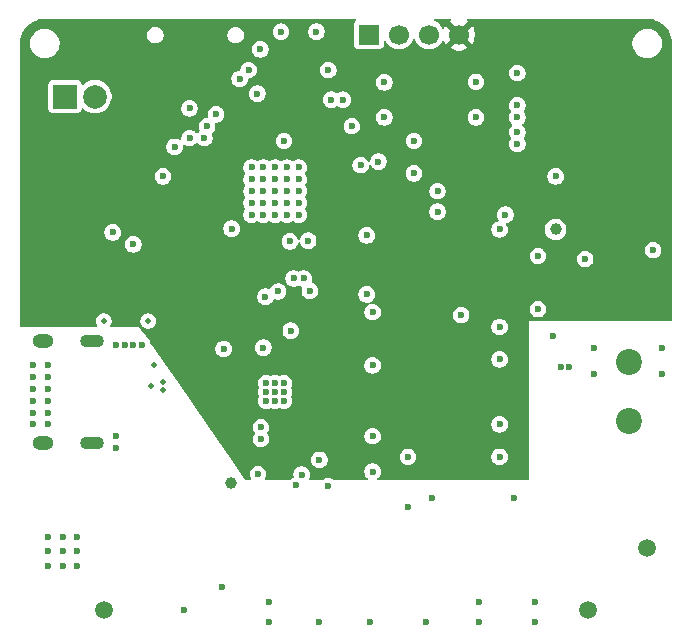
<source format=gbr>
%TF.GenerationSoftware,KiCad,Pcbnew,9.0.3-9.0.3-0~ubuntu22.04.1*%
%TF.CreationDate,2025-09-09T16:21:53+08:00*%
%TF.ProjectId,pdtrigger,70647472-6967-4676-9572-2e6b69636164,rev?*%
%TF.SameCoordinates,Original*%
%TF.FileFunction,Copper,L3,Inr*%
%TF.FilePolarity,Positive*%
%FSLAX46Y46*%
G04 Gerber Fmt 4.6, Leading zero omitted, Abs format (unit mm)*
G04 Created by KiCad (PCBNEW 9.0.3-9.0.3-0~ubuntu22.04.1) date 2025-09-09 16:21:53*
%MOMM*%
%LPD*%
G01*
G04 APERTURE LIST*
%TA.AperFunction,ComponentPad*%
%ADD10C,2.200000*%
%TD*%
%TA.AperFunction,ComponentPad*%
%ADD11O,1.800000X1.200000*%
%TD*%
%TA.AperFunction,ComponentPad*%
%ADD12O,2.000000X1.100000*%
%TD*%
%TA.AperFunction,ComponentPad*%
%ADD13C,1.500000*%
%TD*%
%TA.AperFunction,ComponentPad*%
%ADD14R,2.000000X2.000000*%
%TD*%
%TA.AperFunction,ComponentPad*%
%ADD15C,2.000000*%
%TD*%
%TA.AperFunction,ComponentPad*%
%ADD16R,1.700000X1.700000*%
%TD*%
%TA.AperFunction,ComponentPad*%
%ADD17C,1.700000*%
%TD*%
%TA.AperFunction,ViaPad*%
%ADD18C,0.500000*%
%TD*%
%TA.AperFunction,ViaPad*%
%ADD19C,0.600000*%
%TD*%
%TA.AperFunction,ViaPad*%
%ADD20C,1.000000*%
%TD*%
G04 APERTURE END LIST*
D10*
%TO.N,/V_BUS_OUT*%
%TO.C,U3*%
X30000000Y-19500000D03*
%TO.N,GND*%
X30000000Y-14500000D03*
%TD*%
D11*
%TO.N,GND*%
%TO.C,J2*%
X-19680000Y-21320000D03*
D12*
X-15470000Y-21320000D03*
D11*
X-19680000Y-12680000D03*
D12*
X-15470000Y-12680000D03*
%TD*%
D13*
%TO.N,/VBUS*%
%TO.C,TP3*%
X-14500000Y-35500000D03*
%TD*%
%TO.N,GND*%
%TO.C,TP3*%
X26500000Y-35500000D03*
%TD*%
%TO.N,/V_BUS_OUT*%
%TO.C,TP3*%
X31500000Y-30250000D03*
%TD*%
D14*
%TO.N,/UART_TX*%
%TO.C,J3*%
X-17790000Y8000000D03*
D15*
%TO.N,/UART_RX*%
X-15250000Y8000000D03*
%TD*%
D16*
%TO.N,GND*%
%TO.C,J1*%
X7940000Y13250000D03*
D17*
%TO.N,/SWCLK*%
X10480000Y13250000D03*
%TO.N,/SWDIO*%
X13020000Y13250000D03*
%TO.N,+3V3_MCU*%
X15560000Y13250000D03*
%TD*%
D18*
%TO.N,/VBUS*%
X-10250000Y-14750000D03*
%TO.N,/USB_D-*%
X-9524997Y-16125000D03*
%TO.N,/USB_D+*%
X-9524997Y-16875000D03*
%TO.N,GND*%
X-10500000Y-16500000D03*
X-14500000Y-11000000D03*
%TO.N,/VBUS*%
X-10750000Y-11000000D03*
D19*
%TO.N,GND*%
X750000Y-17750000D03*
X0Y-17750000D03*
X-750000Y-17750000D03*
X-750000Y-17000000D03*
X-750000Y-16250000D03*
X0Y-16250000D03*
X750000Y-16250000D03*
X750000Y-17000000D03*
X0Y-17000000D03*
%TO.N,/UART_TX*%
X-5750000Y5500000D03*
%TO.N,/UART_RX*%
X-6000000Y4500000D03*
%TO.N,GND*%
X22000000Y-34750000D03*
X22000000Y-36500000D03*
X12750000Y-36500000D03*
X3750000Y-36500000D03*
X17250000Y-34750000D03*
X19000000Y-22500000D03*
X19000000Y-19750000D03*
X19000000Y-14250000D03*
X15750000Y-10500000D03*
X22250000Y-5500000D03*
X22250000Y-10000000D03*
X11250000Y-22500000D03*
X13250000Y-26000000D03*
X20250000Y-26000000D03*
X19000000Y-11500000D03*
%TO.N,+3V3_MCU*%
X14250000Y-4750000D03*
%TO.N,GND*%
X-16750000Y-31750000D03*
X-16750000Y-29250000D03*
X-16750000Y-30500000D03*
X-18000000Y-31750000D03*
X-18000000Y-29250000D03*
X-18000000Y-30500000D03*
X-19250000Y-31750000D03*
X-19250000Y-29250000D03*
X-9500000Y1250000D03*
X8750000Y2500000D03*
X6500000Y5500000D03*
X11750000Y1500000D03*
X11750000Y4250000D03*
X1800000Y-24900000D03*
X7750000Y-8750000D03*
X-13500000Y-21750000D03*
X-13500000Y-20750000D03*
X-11250000Y-13000000D03*
X-12000000Y-13000000D03*
X-12750000Y-13000000D03*
X-13500000Y-13000000D03*
X-19250000Y-30500000D03*
X-500000Y-36500000D03*
X-500000Y-34750000D03*
X8000000Y-36500000D03*
X17250000Y-36500000D03*
X32750000Y-15500000D03*
X32750000Y-13250000D03*
X27000000Y-15500000D03*
X27000000Y-13250000D03*
X32000000Y-5000000D03*
X23500000Y-12250000D03*
X26250000Y-5750000D03*
X19000000Y-3250000D03*
X19500000Y-2000000D03*
X20500000Y10000000D03*
X9250000Y6250000D03*
X17000000Y6250000D03*
X17000000Y9250000D03*
X9250000Y9210000D03*
X3500000Y13500000D03*
X500000Y13500000D03*
X-1250000Y12000000D03*
X4500000Y10250000D03*
X-3683058Y-3183058D03*
X-816942Y-8933058D03*
X-2250000Y10250000D03*
X-3000000Y9500000D03*
X-19250000Y-19750000D03*
X-20500000Y-19750000D03*
X-19250000Y-18750000D03*
X-20500000Y-18750000D03*
X-19250000Y-14750000D03*
X-20500000Y-14750000D03*
X-19250000Y-15750000D03*
X-20500000Y-15750000D03*
X-19250000Y-17750000D03*
X-20500000Y-17750000D03*
X-20500000Y-16750000D03*
X-19250000Y-16750000D03*
%TO.N,/V_BUS_OUT*%
X4500000Y-25000000D03*
X-1000000Y-13250000D03*
%TO.N,GND*%
X2933058Y-8433058D03*
X-7250000Y4500000D03*
%TO.N,+3V3_MCU*%
X-8750000Y-6000000D03*
X-2000000Y-9250000D03*
X-5250000Y-9250000D03*
X4058058Y-9558058D03*
X8500000Y-13750000D03*
X8500000Y-12750000D03*
X8250000Y-22250000D03*
X8250000Y-19750000D03*
%TO.N,Net-(C18-Pad2)*%
X-4500000Y-33550000D03*
X11250000Y-26750000D03*
%TO.N,/VBUS*%
X-7750000Y-35500000D03*
%TO.N,+3V3_MCU*%
X25250000Y4750000D03*
X25250000Y6250000D03*
X31250000Y4750000D03*
X31250000Y6250000D03*
X31250000Y7750000D03*
X-10500000Y9250000D03*
X-10500000Y10250000D03*
%TO.N,/PD_FAULT*%
X-8500000Y3750000D03*
X1250000Y-4250000D03*
X1324000Y-11825000D03*
%TO.N,/SWDIO*%
X2800000Y-4200000D03*
%TO.N,/SWCLK*%
X7750000Y-3750000D03*
%TO.N,/BOOT0*%
X-5000000Y6500000D03*
X7250000Y2200000D03*
%TO.N,/NRST*%
X4750000Y7750000D03*
X750000Y4250000D03*
%TO.N,/I2C3_SCL*%
X250000Y-8500000D03*
X-4360000Y-13360000D03*
%TO.N,+3V3_MCU*%
X25250000Y12250000D03*
X26750000Y12250000D03*
X28250000Y12250000D03*
X28250000Y10750000D03*
X26750000Y10750000D03*
X25250000Y10750000D03*
X25250000Y9250000D03*
X26750000Y9250000D03*
X28250000Y9250000D03*
X29750000Y9250000D03*
X29750000Y7750000D03*
X28250000Y7750000D03*
X26750000Y7750000D03*
X25250000Y7750000D03*
%TO.N,GND*%
X20500000Y6250000D03*
X20500000Y7250000D03*
X20500000Y5000000D03*
X20500000Y4000000D03*
%TO.N,/VBUS*%
X23750000Y1250000D03*
%TO.N,+3V3_MCU*%
X18000000Y4250000D03*
X16500000Y4250000D03*
X15250000Y4250000D03*
%TO.N,GND*%
X13750000Y0D03*
X13750000Y-1750000D03*
D20*
%TO.N,/VBUS*%
X23750000Y-3250000D03*
X-3750000Y-24750000D03*
D19*
%TO.N,GND*%
X5750000Y7750000D03*
X-1500000Y8250000D03*
%TO.N,+3V3_MCU*%
X-3250000Y7250000D03*
X5250000Y5750000D03*
X8500000Y4250000D03*
X5000000Y-6500000D03*
X-7500000Y-5500000D03*
X-7500000Y1500000D03*
X-10000000Y3500000D03*
%TO.N,GND*%
X-7250000Y7000000D03*
X-13750000Y-3500000D03*
X-12000000Y-4500000D03*
X0Y-2000000D03*
X1000000Y-2000000D03*
X2000000Y-2000000D03*
X-1000000Y-2000000D03*
X-2000000Y-2000000D03*
X0Y-1000000D03*
X1000000Y-1000000D03*
X2000000Y-1000000D03*
X-1000000Y-1000000D03*
X-2000000Y-1000000D03*
X0Y2000000D03*
X1000000Y2000000D03*
X2000000Y2000000D03*
X-1000000Y2000000D03*
X-2000000Y2000000D03*
X0Y1000000D03*
X1000000Y1000000D03*
X2000000Y1000000D03*
X-1000000Y1000000D03*
X-2000000Y1000000D03*
X-2000000Y0D03*
X-1000000Y0D03*
X2000000Y0D03*
X1000000Y0D03*
X0Y0D03*
X24200000Y-14900000D03*
X24900000Y-14900000D03*
X8250000Y-10250000D03*
X8250000Y-14750000D03*
X8250000Y-20750000D03*
X8250000Y-23750000D03*
X3750000Y-22750000D03*
X2250000Y-24000000D03*
X-1200000Y-20000000D03*
X-1200000Y-21000000D03*
X-1450000Y-23950000D03*
%TO.N,/USB_D-*%
X1575000Y-7400000D03*
%TO.N,/USB_D+*%
X2425000Y-7400000D03*
%TD*%
%TA.AperFunction,Conductor*%
%TO.N,+3V3_MCU*%
G36*
X6842292Y14580593D02*
G01*
X6878256Y14531093D01*
X6878256Y14469907D01*
X6854105Y14430496D01*
X6851659Y14428052D01*
X6851658Y14428050D01*
X6788880Y14365272D01*
X6761949Y14338341D01*
X6704354Y14225305D01*
X6689500Y14131522D01*
X6689500Y12368479D01*
X6689501Y12368477D01*
X6704352Y12274701D01*
X6704354Y12274696D01*
X6761950Y12161658D01*
X6851658Y12071950D01*
X6964696Y12014354D01*
X7058481Y11999500D01*
X8821518Y11999501D01*
X8821521Y11999501D01*
X8821522Y11999502D01*
X8868411Y12006928D01*
X8915299Y12014353D01*
X8915299Y12014354D01*
X8915304Y12014354D01*
X9028342Y12071950D01*
X9118050Y12161658D01*
X9175646Y12274696D01*
X9190500Y12368481D01*
X9190499Y12613961D01*
X9209406Y12672148D01*
X9258906Y12708112D01*
X9320091Y12708113D01*
X9369591Y12672149D01*
X9377708Y12658903D01*
X9410469Y12594606D01*
X9410473Y12594599D01*
X9410474Y12594598D01*
X9410476Y12594595D01*
X9526172Y12435354D01*
X9665354Y12296172D01*
X9824595Y12180476D01*
X9999975Y12091116D01*
X10187174Y12030291D01*
X10187175Y12030291D01*
X10187178Y12030290D01*
X10381580Y11999500D01*
X10381583Y11999500D01*
X10578420Y11999500D01*
X10772821Y12030290D01*
X10772822Y12030291D01*
X10772826Y12030291D01*
X10960025Y12091116D01*
X11135405Y12180476D01*
X11294646Y12296172D01*
X11433828Y12435354D01*
X11549524Y12594595D01*
X11638884Y12769975D01*
X11655845Y12822177D01*
X11691809Y12871676D01*
X11750000Y12890583D01*
X11808191Y12871676D01*
X11844155Y12822176D01*
X11861116Y12769975D01*
X11950473Y12594599D01*
X11950476Y12594595D01*
X12066172Y12435354D01*
X12205354Y12296172D01*
X12364595Y12180476D01*
X12539975Y12091116D01*
X12727174Y12030291D01*
X12727175Y12030291D01*
X12727178Y12030290D01*
X12921580Y11999500D01*
X12921583Y11999500D01*
X13118420Y11999500D01*
X13312821Y12030290D01*
X13312822Y12030291D01*
X13312826Y12030291D01*
X13500025Y12091116D01*
X13675405Y12180476D01*
X13834646Y12296172D01*
X13973828Y12435354D01*
X14089524Y12594595D01*
X14091472Y12598417D01*
X14124321Y12662889D01*
X14145955Y12705349D01*
X14189218Y12748612D01*
X14249650Y12758184D01*
X14304167Y12730407D01*
X14322374Y12705348D01*
X14405376Y12542447D01*
X14405380Y12542441D01*
X14444728Y12488284D01*
X14444729Y12488284D01*
X15036201Y13079757D01*
X15047470Y13037703D01*
X15119881Y12912285D01*
X15222285Y12809881D01*
X15347703Y12737470D01*
X15389754Y12726203D01*
X14798282Y12134731D01*
X14798282Y12134730D01*
X14852440Y12095381D01*
X14852446Y12095377D01*
X15041784Y11998905D01*
X15243878Y11933241D01*
X15453750Y11900000D01*
X15666250Y11900000D01*
X15876121Y11933241D01*
X16078215Y11998905D01*
X16267556Y12095380D01*
X16321716Y12134730D01*
X15730243Y12726203D01*
X15772297Y12737470D01*
X15897715Y12809881D01*
X16000119Y12912285D01*
X16072530Y13037703D01*
X16083797Y13079757D01*
X16675270Y12488284D01*
X16714624Y12542449D01*
X16743143Y12598421D01*
X30249500Y12598421D01*
X30249500Y12401580D01*
X30280289Y12207179D01*
X30341116Y12019975D01*
X30343979Y12014355D01*
X30430476Y11844595D01*
X30546172Y11685354D01*
X30685354Y11546172D01*
X30844595Y11430476D01*
X31019975Y11341116D01*
X31207174Y11280291D01*
X31207175Y11280291D01*
X31207178Y11280290D01*
X31401580Y11249500D01*
X31401583Y11249500D01*
X31598420Y11249500D01*
X31792821Y11280290D01*
X31792822Y11280291D01*
X31792826Y11280291D01*
X31980025Y11341116D01*
X32155405Y11430476D01*
X32314646Y11546172D01*
X32453828Y11685354D01*
X32569524Y11844595D01*
X32658884Y12019975D01*
X32719709Y12207174D01*
X32726897Y12252556D01*
X32750500Y12401580D01*
X32750500Y12598421D01*
X32719710Y12792822D01*
X32714167Y12809881D01*
X32658884Y12980025D01*
X32569524Y13155405D01*
X32453828Y13314646D01*
X32314646Y13453828D01*
X32155405Y13569524D01*
X32155404Y13569525D01*
X32155402Y13569526D01*
X31980025Y13658884D01*
X31792821Y13719711D01*
X31598420Y13750500D01*
X31598417Y13750500D01*
X31401583Y13750500D01*
X31401580Y13750500D01*
X31207178Y13719711D01*
X31019974Y13658884D01*
X30844597Y13569526D01*
X30685355Y13453829D01*
X30546171Y13314645D01*
X30430474Y13155403D01*
X30341116Y12980026D01*
X30280289Y12792822D01*
X30249500Y12598421D01*
X16743143Y12598421D01*
X16768019Y12647242D01*
X16768024Y12647252D01*
X16811095Y12731785D01*
X16876759Y12933879D01*
X16910000Y13143750D01*
X16910000Y13356251D01*
X16876759Y13566122D01*
X16811095Y13768216D01*
X16714623Y13957554D01*
X16714619Y13957560D01*
X16675270Y14011718D01*
X16675269Y14011718D01*
X16083797Y13420246D01*
X16072530Y13462297D01*
X16000119Y13587715D01*
X15897715Y13690119D01*
X15772297Y13762530D01*
X15730243Y13773799D01*
X16321716Y14365271D01*
X16321716Y14365272D01*
X16267559Y14404620D01*
X16267548Y14404627D01*
X16252506Y14412291D01*
X16209242Y14455556D01*
X16199671Y14515988D01*
X16227449Y14570504D01*
X16281966Y14598281D01*
X16297452Y14599500D01*
X31442417Y14599500D01*
X31496759Y14599500D01*
X31503234Y14599288D01*
X31767568Y14581963D01*
X31780396Y14580274D01*
X32037040Y14529225D01*
X32049529Y14525878D01*
X32297307Y14441769D01*
X32309255Y14436820D01*
X32508947Y14338342D01*
X32543928Y14321091D01*
X32555142Y14314617D01*
X32772707Y14169245D01*
X32782971Y14161369D01*
X32893263Y14064646D01*
X32979692Y13988850D01*
X32988848Y13979694D01*
X33151123Y13794654D01*
X33161364Y13782977D01*
X33169248Y13772703D01*
X33314616Y13555143D01*
X33321090Y13543929D01*
X33436815Y13309264D01*
X33441771Y13297299D01*
X33525874Y13049539D01*
X33529226Y13037031D01*
X33580272Y12780402D01*
X33581962Y12767563D01*
X33599288Y12503235D01*
X33599500Y12496760D01*
X33599500Y-10901000D01*
X33580593Y-10959191D01*
X33531093Y-10995155D01*
X33500500Y-11000000D01*
X21500000Y-11000000D01*
X21500000Y-11000001D01*
X21500000Y-24401000D01*
X21481093Y-24459191D01*
X21431593Y-24495155D01*
X21401000Y-24500000D01*
X8714771Y-24500000D01*
X8656580Y-24481093D01*
X8620616Y-24431593D01*
X8620616Y-24370407D01*
X8656580Y-24320907D01*
X8659769Y-24318685D01*
X8688481Y-24299500D01*
X8696542Y-24294114D01*
X8794114Y-24196542D01*
X8870775Y-24081811D01*
X8923580Y-23954328D01*
X8950500Y-23818993D01*
X8950500Y-23681007D01*
X8923580Y-23545672D01*
X8870775Y-23418189D01*
X8870774Y-23418187D01*
X8870771Y-23418182D01*
X8794114Y-23303458D01*
X8696541Y-23205885D01*
X8581817Y-23129228D01*
X8581806Y-23129222D01*
X8454328Y-23076420D01*
X8318995Y-23049500D01*
X8318993Y-23049500D01*
X8181007Y-23049500D01*
X8181004Y-23049500D01*
X8045672Y-23076420D01*
X8045670Y-23076420D01*
X7918193Y-23129222D01*
X7918182Y-23129228D01*
X7803458Y-23205885D01*
X7705885Y-23303458D01*
X7629228Y-23418182D01*
X7629222Y-23418193D01*
X7576420Y-23545670D01*
X7576420Y-23545672D01*
X7549500Y-23681004D01*
X7549500Y-23681007D01*
X7549500Y-23818993D01*
X7575954Y-23951987D01*
X7576420Y-23954327D01*
X7576420Y-23954329D01*
X7629222Y-24081806D01*
X7629228Y-24081817D01*
X7705885Y-24196541D01*
X7803458Y-24294114D01*
X7840231Y-24318685D01*
X7878110Y-24366735D01*
X7880512Y-24427874D01*
X7846518Y-24478747D01*
X7789115Y-24499924D01*
X7785229Y-24500000D01*
X5031664Y-24500000D01*
X4973473Y-24481093D01*
X4961660Y-24471004D01*
X4946541Y-24455885D01*
X4831817Y-24379228D01*
X4831806Y-24379222D01*
X4704328Y-24326420D01*
X4568995Y-24299500D01*
X4568993Y-24299500D01*
X4431007Y-24299500D01*
X4431004Y-24299500D01*
X4295672Y-24326420D01*
X4295670Y-24326420D01*
X4168193Y-24379222D01*
X4168182Y-24379228D01*
X4053458Y-24455885D01*
X4053454Y-24455889D01*
X4038340Y-24471004D01*
X3983823Y-24498781D01*
X3968336Y-24500000D01*
X2943611Y-24500000D01*
X2885420Y-24481093D01*
X2849456Y-24431593D01*
X2849456Y-24370407D01*
X2861296Y-24345997D01*
X2870774Y-24331812D01*
X2870775Y-24331811D01*
X2923580Y-24204328D01*
X2950500Y-24068993D01*
X2950500Y-23931007D01*
X2923580Y-23795672D01*
X2876085Y-23681008D01*
X2870777Y-23668193D01*
X2870771Y-23668182D01*
X2794114Y-23553458D01*
X2696541Y-23455885D01*
X2581817Y-23379228D01*
X2581806Y-23379222D01*
X2454328Y-23326420D01*
X2318995Y-23299500D01*
X2318993Y-23299500D01*
X2181007Y-23299500D01*
X2181004Y-23299500D01*
X2045672Y-23326420D01*
X2045670Y-23326420D01*
X1918193Y-23379222D01*
X1918182Y-23379228D01*
X1803458Y-23455885D01*
X1705885Y-23553458D01*
X1629228Y-23668182D01*
X1629222Y-23668193D01*
X1576420Y-23795670D01*
X1576420Y-23795672D01*
X1549500Y-23931004D01*
X1549500Y-24068996D01*
X1566094Y-24152419D01*
X1558902Y-24213181D01*
X1517369Y-24258110D01*
X1506883Y-24263196D01*
X1468193Y-24279222D01*
X1468190Y-24279223D01*
X1353458Y-24355886D01*
X1353449Y-24355893D01*
X1255885Y-24453458D01*
X1254188Y-24455999D01*
X1253089Y-24456865D01*
X1252798Y-24457220D01*
X1252720Y-24457156D01*
X1206139Y-24493880D01*
X1171871Y-24500000D01*
X-789798Y-24500000D01*
X-847989Y-24481093D01*
X-883953Y-24431593D01*
X-883953Y-24370407D01*
X-872113Y-24345998D01*
X-829229Y-24281818D01*
X-829223Y-24281806D01*
X-828153Y-24279222D01*
X-776420Y-24154328D01*
X-749500Y-24018993D01*
X-749500Y-23881007D01*
X-776420Y-23745672D01*
X-829225Y-23618189D01*
X-829226Y-23618187D01*
X-829229Y-23618182D01*
X-905886Y-23503458D01*
X-1003459Y-23405885D01*
X-1118183Y-23329228D01*
X-1118194Y-23329222D01*
X-1245672Y-23276420D01*
X-1381005Y-23249500D01*
X-1381007Y-23249500D01*
X-1518993Y-23249500D01*
X-1518996Y-23249500D01*
X-1654328Y-23276420D01*
X-1654330Y-23276420D01*
X-1781807Y-23329222D01*
X-1781818Y-23329228D01*
X-1896542Y-23405885D01*
X-1994115Y-23503458D01*
X-2070772Y-23618182D01*
X-2070778Y-23618193D01*
X-2123580Y-23745670D01*
X-2123580Y-23745672D01*
X-2150500Y-23881004D01*
X-2150500Y-24018995D01*
X-2123580Y-24154327D01*
X-2123580Y-24154329D01*
X-2070778Y-24281806D01*
X-2070772Y-24281818D01*
X-2027887Y-24345998D01*
X-2011278Y-24404886D01*
X-2032455Y-24462290D01*
X-2083329Y-24496283D01*
X-2110202Y-24500000D01*
X-2448129Y-24500000D01*
X-2506320Y-24481093D01*
X-2529526Y-24457352D01*
X-2529617Y-24457220D01*
X-3759305Y-22681004D01*
X3049500Y-22681004D01*
X3049500Y-22818995D01*
X3076420Y-22954327D01*
X3076420Y-22954329D01*
X3129222Y-23081806D01*
X3129228Y-23081817D01*
X3205885Y-23196541D01*
X3303458Y-23294114D01*
X3418182Y-23370771D01*
X3418193Y-23370777D01*
X3438589Y-23379225D01*
X3545672Y-23423580D01*
X3681007Y-23450500D01*
X3681008Y-23450500D01*
X3818992Y-23450500D01*
X3818993Y-23450500D01*
X3954328Y-23423580D01*
X4081811Y-23370775D01*
X4196542Y-23294114D01*
X4294114Y-23196542D01*
X4370775Y-23081811D01*
X4423580Y-22954328D01*
X4450500Y-22818993D01*
X4450500Y-22681007D01*
X4423580Y-22545672D01*
X4376083Y-22431004D01*
X10549500Y-22431004D01*
X10549500Y-22568995D01*
X10576420Y-22704327D01*
X10576420Y-22704329D01*
X10629222Y-22831806D01*
X10629228Y-22831817D01*
X10705885Y-22946541D01*
X10803458Y-23044114D01*
X10918182Y-23120771D01*
X10918193Y-23120777D01*
X10938589Y-23129225D01*
X11045672Y-23173580D01*
X11181007Y-23200500D01*
X11181008Y-23200500D01*
X11318992Y-23200500D01*
X11318993Y-23200500D01*
X11454328Y-23173580D01*
X11581811Y-23120775D01*
X11696542Y-23044114D01*
X11794114Y-22946542D01*
X11870775Y-22831811D01*
X11923580Y-22704328D01*
X11950500Y-22568993D01*
X11950500Y-22431007D01*
X11950499Y-22431004D01*
X18299500Y-22431004D01*
X18299500Y-22568995D01*
X18326420Y-22704327D01*
X18326420Y-22704329D01*
X18379222Y-22831806D01*
X18379228Y-22831817D01*
X18455885Y-22946541D01*
X18553458Y-23044114D01*
X18668182Y-23120771D01*
X18668193Y-23120777D01*
X18688589Y-23129225D01*
X18795672Y-23173580D01*
X18931007Y-23200500D01*
X18931008Y-23200500D01*
X19068992Y-23200500D01*
X19068993Y-23200500D01*
X19204328Y-23173580D01*
X19331811Y-23120775D01*
X19446542Y-23044114D01*
X19544114Y-22946542D01*
X19620775Y-22831811D01*
X19673580Y-22704328D01*
X19700500Y-22568993D01*
X19700500Y-22431007D01*
X19673580Y-22295672D01*
X19620775Y-22168189D01*
X19620774Y-22168187D01*
X19620771Y-22168182D01*
X19544114Y-22053458D01*
X19446541Y-21955885D01*
X19331817Y-21879228D01*
X19331806Y-21879222D01*
X19204328Y-21826420D01*
X19068995Y-21799500D01*
X19068993Y-21799500D01*
X18931007Y-21799500D01*
X18931004Y-21799500D01*
X18795672Y-21826420D01*
X18795670Y-21826420D01*
X18668193Y-21879222D01*
X18668182Y-21879228D01*
X18553458Y-21955885D01*
X18455885Y-22053458D01*
X18379228Y-22168182D01*
X18379222Y-22168193D01*
X18326420Y-22295670D01*
X18326420Y-22295672D01*
X18299500Y-22431004D01*
X11950499Y-22431004D01*
X11923580Y-22295672D01*
X11870775Y-22168189D01*
X11870774Y-22168187D01*
X11870771Y-22168182D01*
X11794114Y-22053458D01*
X11696541Y-21955885D01*
X11581817Y-21879228D01*
X11581806Y-21879222D01*
X11454328Y-21826420D01*
X11318995Y-21799500D01*
X11318993Y-21799500D01*
X11181007Y-21799500D01*
X11181004Y-21799500D01*
X11045672Y-21826420D01*
X11045670Y-21826420D01*
X10918193Y-21879222D01*
X10918182Y-21879228D01*
X10803458Y-21955885D01*
X10705885Y-22053458D01*
X10629228Y-22168182D01*
X10629222Y-22168193D01*
X10576420Y-22295670D01*
X10576420Y-22295672D01*
X10549500Y-22431004D01*
X4376083Y-22431004D01*
X4370775Y-22418189D01*
X4370774Y-22418187D01*
X4370771Y-22418182D01*
X4294114Y-22303458D01*
X4196541Y-22205885D01*
X4081817Y-22129228D01*
X4081806Y-22129222D01*
X3954328Y-22076420D01*
X3818995Y-22049500D01*
X3818993Y-22049500D01*
X3681007Y-22049500D01*
X3681004Y-22049500D01*
X3545672Y-22076420D01*
X3545670Y-22076420D01*
X3418193Y-22129222D01*
X3418182Y-22129228D01*
X3303458Y-22205885D01*
X3205885Y-22303458D01*
X3129228Y-22418182D01*
X3129222Y-22418193D01*
X3076420Y-22545670D01*
X3076420Y-22545672D01*
X3049500Y-22681004D01*
X-3759305Y-22681004D01*
X-5663151Y-19931004D01*
X-1900500Y-19931004D01*
X-1900500Y-20068995D01*
X-1873580Y-20204327D01*
X-1873580Y-20204329D01*
X-1820778Y-20331806D01*
X-1820772Y-20331818D01*
X-1745146Y-20444998D01*
X-1728537Y-20503886D01*
X-1745146Y-20555002D01*
X-1820772Y-20668181D01*
X-1820778Y-20668193D01*
X-1873580Y-20795670D01*
X-1873580Y-20795672D01*
X-1900500Y-20931004D01*
X-1900500Y-21068995D01*
X-1873580Y-21204327D01*
X-1873580Y-21204329D01*
X-1820778Y-21331806D01*
X-1820772Y-21331817D01*
X-1744115Y-21446541D01*
X-1646542Y-21544114D01*
X-1531818Y-21620771D01*
X-1531807Y-21620777D01*
X-1484717Y-21640282D01*
X-1404328Y-21673580D01*
X-1268993Y-21700500D01*
X-1268992Y-21700500D01*
X-1131008Y-21700500D01*
X-1131007Y-21700500D01*
X-995672Y-21673580D01*
X-868189Y-21620775D01*
X-753458Y-21544114D01*
X-655886Y-21446542D01*
X-579225Y-21331811D01*
X-526420Y-21204328D01*
X-499500Y-21068993D01*
X-499500Y-20931007D01*
X-526420Y-20795672D01*
X-573917Y-20681004D01*
X7549500Y-20681004D01*
X7549500Y-20818995D01*
X7576420Y-20954327D01*
X7576420Y-20954329D01*
X7629222Y-21081806D01*
X7629228Y-21081817D01*
X7705885Y-21196541D01*
X7803458Y-21294114D01*
X7918182Y-21370771D01*
X7918193Y-21370777D01*
X7965283Y-21390282D01*
X8045672Y-21423580D01*
X8181007Y-21450500D01*
X8181008Y-21450500D01*
X8318992Y-21450500D01*
X8318993Y-21450500D01*
X8454328Y-21423580D01*
X8581811Y-21370775D01*
X8696542Y-21294114D01*
X8794114Y-21196542D01*
X8870775Y-21081811D01*
X8923580Y-20954328D01*
X8950500Y-20818993D01*
X8950500Y-20681007D01*
X8923580Y-20545672D01*
X8904662Y-20500000D01*
X8870777Y-20418193D01*
X8870771Y-20418182D01*
X8794114Y-20303458D01*
X8696541Y-20205885D01*
X8581817Y-20129228D01*
X8581806Y-20129222D01*
X8454328Y-20076420D01*
X8318995Y-20049500D01*
X8318993Y-20049500D01*
X8181007Y-20049500D01*
X8181004Y-20049500D01*
X8045672Y-20076420D01*
X8045670Y-20076420D01*
X7918193Y-20129222D01*
X7918182Y-20129228D01*
X7803458Y-20205885D01*
X7705885Y-20303458D01*
X7629228Y-20418182D01*
X7629222Y-20418193D01*
X7576420Y-20545670D01*
X7576420Y-20545672D01*
X7549500Y-20681004D01*
X-573917Y-20681004D01*
X-579225Y-20668189D01*
X-579226Y-20668187D01*
X-579229Y-20668182D01*
X-637017Y-20581698D01*
X-654856Y-20555000D01*
X-671464Y-20496114D01*
X-654856Y-20444999D01*
X-579225Y-20331811D01*
X-526420Y-20204328D01*
X-499500Y-20068993D01*
X-499500Y-19931007D01*
X-526420Y-19795672D01*
X-573917Y-19681004D01*
X18299500Y-19681004D01*
X18299500Y-19818995D01*
X18326420Y-19954327D01*
X18326420Y-19954329D01*
X18379222Y-20081806D01*
X18379228Y-20081817D01*
X18455885Y-20196541D01*
X18553458Y-20294114D01*
X18668182Y-20370771D01*
X18668193Y-20370777D01*
X18701119Y-20384415D01*
X18795672Y-20423580D01*
X18931007Y-20450500D01*
X18931008Y-20450500D01*
X19068992Y-20450500D01*
X19068993Y-20450500D01*
X19204328Y-20423580D01*
X19331811Y-20370775D01*
X19446542Y-20294114D01*
X19544114Y-20196542D01*
X19620775Y-20081811D01*
X19673580Y-19954328D01*
X19700500Y-19818993D01*
X19700500Y-19681007D01*
X19673580Y-19545672D01*
X19620775Y-19418189D01*
X19620774Y-19418187D01*
X19620771Y-19418182D01*
X19544114Y-19303458D01*
X19446541Y-19205885D01*
X19331817Y-19129228D01*
X19331806Y-19129222D01*
X19204328Y-19076420D01*
X19068995Y-19049500D01*
X19068993Y-19049500D01*
X18931007Y-19049500D01*
X18931004Y-19049500D01*
X18795672Y-19076420D01*
X18795670Y-19076420D01*
X18668193Y-19129222D01*
X18668182Y-19129228D01*
X18553458Y-19205885D01*
X18455885Y-19303458D01*
X18379228Y-19418182D01*
X18379222Y-19418193D01*
X18326420Y-19545670D01*
X18326420Y-19545672D01*
X18299500Y-19681004D01*
X-573917Y-19681004D01*
X-579225Y-19668189D01*
X-579226Y-19668187D01*
X-579229Y-19668182D01*
X-655886Y-19553458D01*
X-753459Y-19455885D01*
X-868183Y-19379228D01*
X-868194Y-19379222D01*
X-995672Y-19326420D01*
X-1131005Y-19299500D01*
X-1131007Y-19299500D01*
X-1268993Y-19299500D01*
X-1268996Y-19299500D01*
X-1404328Y-19326420D01*
X-1404330Y-19326420D01*
X-1531807Y-19379222D01*
X-1531818Y-19379228D01*
X-1646542Y-19455885D01*
X-1744115Y-19553458D01*
X-1820772Y-19668182D01*
X-1820778Y-19668193D01*
X-1873580Y-19795670D01*
X-1873580Y-19795672D01*
X-1900500Y-19931004D01*
X-5663151Y-19931004D01*
X-8259305Y-16181004D01*
X-1450500Y-16181004D01*
X-1450500Y-16318995D01*
X-1423580Y-16454327D01*
X-1423580Y-16454329D01*
X-1368914Y-16586305D01*
X-1371035Y-16587183D01*
X-1361892Y-16638654D01*
X-1369897Y-16663288D01*
X-1368914Y-16663695D01*
X-1423580Y-16795670D01*
X-1423580Y-16795672D01*
X-1450500Y-16931004D01*
X-1450500Y-17068995D01*
X-1423580Y-17204327D01*
X-1423580Y-17204329D01*
X-1368914Y-17336305D01*
X-1371035Y-17337183D01*
X-1361892Y-17388654D01*
X-1369897Y-17413288D01*
X-1368914Y-17413695D01*
X-1423580Y-17545670D01*
X-1423580Y-17545672D01*
X-1450500Y-17681004D01*
X-1450500Y-17818995D01*
X-1423580Y-17954327D01*
X-1423580Y-17954329D01*
X-1370778Y-18081806D01*
X-1370772Y-18081817D01*
X-1294115Y-18196541D01*
X-1196542Y-18294114D01*
X-1081818Y-18370771D01*
X-1081807Y-18370777D01*
X-1034717Y-18390282D01*
X-954328Y-18423580D01*
X-818993Y-18450500D01*
X-818992Y-18450500D01*
X-681008Y-18450500D01*
X-681007Y-18450500D01*
X-545672Y-18423580D01*
X-472387Y-18393224D01*
X-413695Y-18368914D01*
X-412809Y-18371053D01*
X-361440Y-18361878D01*
X-336718Y-18369910D01*
X-336305Y-18368914D01*
X-277614Y-18393224D01*
X-204328Y-18423580D01*
X-68993Y-18450500D01*
X-68992Y-18450500D01*
X68992Y-18450500D01*
X68993Y-18450500D01*
X204328Y-18423580D01*
X277613Y-18393224D01*
X336305Y-18368914D01*
X337191Y-18371053D01*
X388560Y-18361878D01*
X413282Y-18369910D01*
X413695Y-18368914D01*
X472386Y-18393224D01*
X545672Y-18423580D01*
X681007Y-18450500D01*
X681008Y-18450500D01*
X818992Y-18450500D01*
X818993Y-18450500D01*
X954328Y-18423580D01*
X1081811Y-18370775D01*
X1196542Y-18294114D01*
X1294114Y-18196542D01*
X1370775Y-18081811D01*
X1423580Y-17954328D01*
X1450500Y-17818993D01*
X1450500Y-17681007D01*
X1423580Y-17545672D01*
X1404870Y-17500501D01*
X1368914Y-17413695D01*
X1371053Y-17412808D01*
X1361878Y-17361440D01*
X1369910Y-17336717D01*
X1368914Y-17336305D01*
X1404662Y-17250000D01*
X1423580Y-17204328D01*
X1450500Y-17068993D01*
X1450500Y-16931007D01*
X1423580Y-16795672D01*
X1408940Y-16760328D01*
X1368914Y-16663695D01*
X1371053Y-16662808D01*
X1361878Y-16611440D01*
X1369910Y-16586717D01*
X1368914Y-16586305D01*
X1404662Y-16500000D01*
X1423580Y-16454328D01*
X1450500Y-16318993D01*
X1450500Y-16181007D01*
X1423580Y-16045672D01*
X1382519Y-15946542D01*
X1370777Y-15918193D01*
X1370771Y-15918182D01*
X1294114Y-15803458D01*
X1196541Y-15705885D01*
X1081817Y-15629228D01*
X1081806Y-15629222D01*
X954328Y-15576420D01*
X818995Y-15549500D01*
X818993Y-15549500D01*
X681007Y-15549500D01*
X681004Y-15549500D01*
X545672Y-15576420D01*
X545670Y-15576420D01*
X413695Y-15631086D01*
X412816Y-15628965D01*
X361346Y-15638108D01*
X336711Y-15630103D01*
X336305Y-15631086D01*
X204328Y-15576420D01*
X68995Y-15549500D01*
X68993Y-15549500D01*
X-68993Y-15549500D01*
X-68996Y-15549500D01*
X-204328Y-15576420D01*
X-204330Y-15576420D01*
X-336305Y-15631086D01*
X-337184Y-15628965D01*
X-388654Y-15638108D01*
X-413289Y-15630103D01*
X-413695Y-15631086D01*
X-545672Y-15576420D01*
X-681005Y-15549500D01*
X-681007Y-15549500D01*
X-818993Y-15549500D01*
X-818996Y-15549500D01*
X-954328Y-15576420D01*
X-954330Y-15576420D01*
X-1081807Y-15629222D01*
X-1081818Y-15629228D01*
X-1196542Y-15705885D01*
X-1294115Y-15803458D01*
X-1370772Y-15918182D01*
X-1370778Y-15918193D01*
X-1423580Y-16045670D01*
X-1423580Y-16045672D01*
X-1450500Y-16181004D01*
X-8259305Y-16181004D01*
X-9297767Y-14681004D01*
X7549500Y-14681004D01*
X7549500Y-14818995D01*
X7561481Y-14879225D01*
X7575658Y-14950499D01*
X7576420Y-14954327D01*
X7576420Y-14954329D01*
X7629222Y-15081806D01*
X7629228Y-15081817D01*
X7705885Y-15196541D01*
X7803458Y-15294114D01*
X7918182Y-15370771D01*
X7918193Y-15370777D01*
X7965283Y-15390282D01*
X8045672Y-15423580D01*
X8181007Y-15450500D01*
X8181008Y-15450500D01*
X8318992Y-15450500D01*
X8318993Y-15450500D01*
X8454328Y-15423580D01*
X8581811Y-15370775D01*
X8696542Y-15294114D01*
X8794114Y-15196542D01*
X8870775Y-15081811D01*
X8923580Y-14954328D01*
X8950500Y-14818993D01*
X8950500Y-14681007D01*
X8923580Y-14545672D01*
X8870775Y-14418189D01*
X8870774Y-14418187D01*
X8870771Y-14418182D01*
X8794114Y-14303458D01*
X8696541Y-14205885D01*
X8659304Y-14181004D01*
X18299500Y-14181004D01*
X18299500Y-14318995D01*
X18326420Y-14454327D01*
X18326420Y-14454329D01*
X18379222Y-14581806D01*
X18379228Y-14581817D01*
X18455885Y-14696541D01*
X18553458Y-14794114D01*
X18668182Y-14870771D01*
X18668193Y-14870777D01*
X18688589Y-14879225D01*
X18795672Y-14923580D01*
X18931007Y-14950500D01*
X18931008Y-14950500D01*
X19068992Y-14950500D01*
X19068993Y-14950500D01*
X19204328Y-14923580D01*
X19331811Y-14870775D01*
X19446542Y-14794114D01*
X19544114Y-14696542D01*
X19620775Y-14581811D01*
X19673580Y-14454328D01*
X19700500Y-14318993D01*
X19700500Y-14181007D01*
X19673580Y-14045672D01*
X19634158Y-13950499D01*
X19620777Y-13918193D01*
X19620771Y-13918182D01*
X19544114Y-13803458D01*
X19446541Y-13705885D01*
X19331817Y-13629228D01*
X19331806Y-13629222D01*
X19204328Y-13576420D01*
X19068995Y-13549500D01*
X19068993Y-13549500D01*
X18931007Y-13549500D01*
X18931004Y-13549500D01*
X18795672Y-13576420D01*
X18795670Y-13576420D01*
X18668193Y-13629222D01*
X18668182Y-13629228D01*
X18553458Y-13705885D01*
X18455885Y-13803458D01*
X18379228Y-13918182D01*
X18379222Y-13918193D01*
X18326420Y-14045670D01*
X18326420Y-14045672D01*
X18299500Y-14181004D01*
X8659304Y-14181004D01*
X8581817Y-14129228D01*
X8581806Y-14129222D01*
X8454328Y-14076420D01*
X8318995Y-14049500D01*
X8318993Y-14049500D01*
X8181007Y-14049500D01*
X8181004Y-14049500D01*
X8045672Y-14076420D01*
X8045670Y-14076420D01*
X7918193Y-14129222D01*
X7918182Y-14129228D01*
X7803458Y-14205885D01*
X7705885Y-14303458D01*
X7629228Y-14418182D01*
X7629222Y-14418193D01*
X7576420Y-14545670D01*
X7576420Y-14545672D01*
X7549500Y-14681004D01*
X-9297767Y-14681004D01*
X-10260075Y-13291004D01*
X-5060500Y-13291004D01*
X-5060500Y-13428995D01*
X-5033580Y-13564327D01*
X-5033580Y-13564329D01*
X-4980778Y-13691806D01*
X-4980772Y-13691817D01*
X-4904115Y-13806541D01*
X-4806542Y-13904114D01*
X-4691818Y-13980771D01*
X-4691807Y-13980777D01*
X-4644717Y-14000282D01*
X-4564328Y-14033580D01*
X-4428993Y-14060500D01*
X-4428992Y-14060500D01*
X-4291008Y-14060500D01*
X-4291007Y-14060500D01*
X-4155672Y-14033580D01*
X-4028189Y-13980775D01*
X-3913458Y-13904114D01*
X-3815886Y-13806542D01*
X-3739225Y-13691811D01*
X-3686420Y-13564328D01*
X-3659500Y-13428993D01*
X-3659500Y-13291007D01*
X-3674289Y-13216657D01*
X-3678506Y-13195457D01*
X-3681381Y-13181004D01*
X-1700500Y-13181004D01*
X-1700500Y-13318995D01*
X-1673580Y-13454327D01*
X-1673580Y-13454329D01*
X-1620778Y-13581806D01*
X-1620772Y-13581817D01*
X-1544115Y-13696541D01*
X-1446542Y-13794114D01*
X-1331818Y-13870771D01*
X-1331807Y-13870777D01*
X-1284717Y-13890282D01*
X-1204328Y-13923580D01*
X-1068993Y-13950500D01*
X-1068992Y-13950500D01*
X-931008Y-13950500D01*
X-931007Y-13950500D01*
X-795672Y-13923580D01*
X-668189Y-13870775D01*
X-553458Y-13794114D01*
X-455886Y-13696542D01*
X-379225Y-13581811D01*
X-326420Y-13454328D01*
X-299500Y-13318993D01*
X-299500Y-13181007D01*
X-326420Y-13045672D01*
X-365841Y-12950500D01*
X-379223Y-12918193D01*
X-379229Y-12918182D01*
X-455886Y-12803458D01*
X-553459Y-12705885D01*
X-668183Y-12629228D01*
X-668194Y-12629222D01*
X-795672Y-12576420D01*
X-931005Y-12549500D01*
X-931007Y-12549500D01*
X-1068993Y-12549500D01*
X-1068996Y-12549500D01*
X-1204328Y-12576420D01*
X-1204330Y-12576420D01*
X-1331807Y-12629222D01*
X-1331818Y-12629228D01*
X-1446542Y-12705885D01*
X-1544115Y-12803458D01*
X-1620772Y-12918182D01*
X-1620778Y-12918193D01*
X-1673580Y-13045670D01*
X-1673580Y-13045672D01*
X-1700500Y-13181004D01*
X-3681381Y-13181004D01*
X-3686420Y-13155672D01*
X-3739225Y-13028189D01*
X-3739226Y-13028187D01*
X-3739229Y-13028182D01*
X-3815886Y-12913458D01*
X-3913459Y-12815885D01*
X-4028183Y-12739228D01*
X-4028194Y-12739222D01*
X-4155672Y-12686420D01*
X-4291005Y-12659500D01*
X-4291007Y-12659500D01*
X-4428993Y-12659500D01*
X-4428996Y-12659500D01*
X-4564328Y-12686420D01*
X-4564330Y-12686420D01*
X-4691807Y-12739222D01*
X-4691818Y-12739228D01*
X-4806542Y-12815885D01*
X-4904115Y-12913458D01*
X-4980772Y-13028182D01*
X-4980778Y-13028193D01*
X-5033580Y-13155670D01*
X-5033580Y-13155672D01*
X-5060500Y-13291004D01*
X-10260075Y-13291004D01*
X-10554014Y-12866425D01*
X-10569714Y-12829387D01*
X-10572400Y-12815885D01*
X-10576420Y-12795672D01*
X-10629225Y-12668189D01*
X-10629226Y-12668187D01*
X-10629229Y-12668182D01*
X-10705886Y-12553458D01*
X-10803459Y-12455885D01*
X-10852498Y-12423118D01*
X-10878893Y-12397155D01*
X-10965857Y-12271541D01*
X-11322767Y-11756004D01*
X623500Y-11756004D01*
X623500Y-11893995D01*
X650420Y-12029327D01*
X650420Y-12029329D01*
X703222Y-12156806D01*
X703228Y-12156817D01*
X779885Y-12271541D01*
X877458Y-12369114D01*
X992182Y-12445771D01*
X992193Y-12445777D01*
X1016599Y-12455886D01*
X1119672Y-12498580D01*
X1255007Y-12525500D01*
X1255008Y-12525500D01*
X1392992Y-12525500D01*
X1392993Y-12525500D01*
X1528328Y-12498580D01*
X1655811Y-12445775D01*
X1770542Y-12369114D01*
X1868114Y-12271542D01*
X1944775Y-12156811D01*
X1997580Y-12029328D01*
X2024500Y-11893993D01*
X2024500Y-11756007D01*
X1997580Y-11620672D01*
X1949780Y-11505272D01*
X1944777Y-11493193D01*
X1944774Y-11493187D01*
X1936728Y-11481146D01*
X1936727Y-11481144D01*
X1923790Y-11461783D01*
X1903224Y-11431004D01*
X18299500Y-11431004D01*
X18299500Y-11568995D01*
X18326420Y-11704327D01*
X18326420Y-11704329D01*
X18379222Y-11831806D01*
X18379228Y-11831817D01*
X18455885Y-11946541D01*
X18553458Y-12044114D01*
X18668182Y-12120771D01*
X18668193Y-12120777D01*
X18715283Y-12140282D01*
X18795672Y-12173580D01*
X18931007Y-12200500D01*
X18931008Y-12200500D01*
X19068992Y-12200500D01*
X19068993Y-12200500D01*
X19204328Y-12173580D01*
X19331811Y-12120775D01*
X19446542Y-12044114D01*
X19544114Y-11946542D01*
X19620775Y-11831811D01*
X19673580Y-11704328D01*
X19700500Y-11568993D01*
X19700500Y-11431007D01*
X19673580Y-11295672D01*
X19635702Y-11204225D01*
X19620777Y-11168193D01*
X19620771Y-11168182D01*
X19544114Y-11053458D01*
X19446541Y-10955885D01*
X19331817Y-10879228D01*
X19331806Y-10879222D01*
X19204328Y-10826420D01*
X19068995Y-10799500D01*
X19068993Y-10799500D01*
X18931007Y-10799500D01*
X18931004Y-10799500D01*
X18795672Y-10826420D01*
X18795670Y-10826420D01*
X18668193Y-10879222D01*
X18668182Y-10879228D01*
X18553458Y-10955885D01*
X18455885Y-11053458D01*
X18379228Y-11168182D01*
X18379222Y-11168193D01*
X18326420Y-11295670D01*
X18326420Y-11295672D01*
X18299500Y-11431004D01*
X1903224Y-11431004D01*
X1868114Y-11378458D01*
X1770542Y-11280886D01*
X1770541Y-11280885D01*
X1655817Y-11204228D01*
X1655806Y-11204222D01*
X1528328Y-11151420D01*
X1392995Y-11124500D01*
X1392993Y-11124500D01*
X1255007Y-11124500D01*
X1255004Y-11124500D01*
X1119672Y-11151420D01*
X1119670Y-11151420D01*
X992193Y-11204222D01*
X992182Y-11204228D01*
X877458Y-11280885D01*
X779885Y-11378458D01*
X703228Y-11493182D01*
X703222Y-11493193D01*
X650420Y-11620670D01*
X650420Y-11620672D01*
X623500Y-11756004D01*
X-11322767Y-11756004D01*
X-11500000Y-11500000D01*
X-11500001Y-11500000D01*
X-13866524Y-11500000D01*
X-13924715Y-11481093D01*
X-13960679Y-11431593D01*
X-13960679Y-11370407D01*
X-13948839Y-11345998D01*
X-13923539Y-11308134D01*
X-13923538Y-11308130D01*
X-13923535Y-11308127D01*
X-13874499Y-11189744D01*
X-13849500Y-11064069D01*
X-13849500Y-10935931D01*
X-11400500Y-10935931D01*
X-11400500Y-11064069D01*
X-11378717Y-11173579D01*
X-11375501Y-11189742D01*
X-11375500Y-11189747D01*
X-11326466Y-11308125D01*
X-11326462Y-11308133D01*
X-11284851Y-11370407D01*
X-11255276Y-11414669D01*
X-11164669Y-11505276D01*
X-11101152Y-11547717D01*
X-11058134Y-11576461D01*
X-11058130Y-11576463D01*
X-11058127Y-11576465D01*
X-10939744Y-11625501D01*
X-10814069Y-11650500D01*
X-10814068Y-11650500D01*
X-10685932Y-11650500D01*
X-10685931Y-11650500D01*
X-10560256Y-11625501D01*
X-10441873Y-11576465D01*
X-10335331Y-11505276D01*
X-10244724Y-11414669D01*
X-10173535Y-11308127D01*
X-10124499Y-11189744D01*
X-10099500Y-11064069D01*
X-10099500Y-10935931D01*
X-10124499Y-10810256D01*
X-10173535Y-10691873D01*
X-10173537Y-10691870D01*
X-10173539Y-10691866D01*
X-10221040Y-10620777D01*
X-10244724Y-10585331D01*
X-10335331Y-10494724D01*
X-10395789Y-10454327D01*
X-10441867Y-10423538D01*
X-10441875Y-10423534D01*
X-10560253Y-10374500D01*
X-10560255Y-10374499D01*
X-10560256Y-10374499D01*
X-10685931Y-10349500D01*
X-10814069Y-10349500D01*
X-10814070Y-10349500D01*
X-10876907Y-10361999D01*
X-10939744Y-10374499D01*
X-10939745Y-10374499D01*
X-10939748Y-10374500D01*
X-11058126Y-10423534D01*
X-11058134Y-10423538D01*
X-11164669Y-10494724D01*
X-11164673Y-10494727D01*
X-11255273Y-10585327D01*
X-11255276Y-10585331D01*
X-11326462Y-10691866D01*
X-11326466Y-10691874D01*
X-11375500Y-10810252D01*
X-11375501Y-10810255D01*
X-11375501Y-10810256D01*
X-11400500Y-10935931D01*
X-13849500Y-10935931D01*
X-13874499Y-10810256D01*
X-13923535Y-10691873D01*
X-13923537Y-10691870D01*
X-13923539Y-10691866D01*
X-13971040Y-10620777D01*
X-13994724Y-10585331D01*
X-14085331Y-10494724D01*
X-14145789Y-10454327D01*
X-14191867Y-10423538D01*
X-14191875Y-10423534D01*
X-14310253Y-10374500D01*
X-14310255Y-10374499D01*
X-14310256Y-10374499D01*
X-14435931Y-10349500D01*
X-14564069Y-10349500D01*
X-14564070Y-10349500D01*
X-14626907Y-10361999D01*
X-14689744Y-10374499D01*
X-14689745Y-10374499D01*
X-14689748Y-10374500D01*
X-14808126Y-10423534D01*
X-14808134Y-10423538D01*
X-14914669Y-10494724D01*
X-14914673Y-10494727D01*
X-15005273Y-10585327D01*
X-15005276Y-10585331D01*
X-15076462Y-10691866D01*
X-15076466Y-10691874D01*
X-15125500Y-10810252D01*
X-15125501Y-10810255D01*
X-15125501Y-10810256D01*
X-15150500Y-10935931D01*
X-15150500Y-11064069D01*
X-15128717Y-11173579D01*
X-15125501Y-11189742D01*
X-15125500Y-11189747D01*
X-15076466Y-11308125D01*
X-15076462Y-11308134D01*
X-15051161Y-11345998D01*
X-15034552Y-11404886D01*
X-15055729Y-11462290D01*
X-15106603Y-11496283D01*
X-15133476Y-11500000D01*
X-21500500Y-11500000D01*
X-21558691Y-11481093D01*
X-21594655Y-11431593D01*
X-21599500Y-11401000D01*
X-21599500Y-8864062D01*
X-1517442Y-8864062D01*
X-1517442Y-9002053D01*
X-1501578Y-9081806D01*
X-1491284Y-9133557D01*
X-1490522Y-9137385D01*
X-1490522Y-9137387D01*
X-1437720Y-9264864D01*
X-1437714Y-9264875D01*
X-1361057Y-9379599D01*
X-1263484Y-9477172D01*
X-1148760Y-9553829D01*
X-1148749Y-9553835D01*
X-1101659Y-9573340D01*
X-1021270Y-9606638D01*
X-885935Y-9633558D01*
X-885934Y-9633558D01*
X-747950Y-9633558D01*
X-747949Y-9633558D01*
X-612614Y-9606638D01*
X-485131Y-9553833D01*
X-370400Y-9477172D01*
X-272828Y-9379600D01*
X-196167Y-9264869D01*
X-166361Y-9192909D01*
X-126625Y-9146384D01*
X-67131Y-9132100D01*
X-37016Y-9139330D01*
X45672Y-9173580D01*
X181007Y-9200500D01*
X181008Y-9200500D01*
X318992Y-9200500D01*
X318993Y-9200500D01*
X454328Y-9173580D01*
X581811Y-9120775D01*
X696542Y-9044114D01*
X794114Y-8946542D01*
X870775Y-8831811D01*
X923580Y-8704328D01*
X950500Y-8568993D01*
X950500Y-8431007D01*
X923580Y-8295672D01*
X900581Y-8240148D01*
X870777Y-8168193D01*
X870771Y-8168182D01*
X794114Y-8053458D01*
X696541Y-7955885D01*
X581817Y-7879228D01*
X581806Y-7879222D01*
X454328Y-7826420D01*
X318995Y-7799500D01*
X318993Y-7799500D01*
X181007Y-7799500D01*
X181004Y-7799500D01*
X45672Y-7826420D01*
X45670Y-7826420D01*
X-81807Y-7879222D01*
X-81818Y-7879228D01*
X-196542Y-7955885D01*
X-294115Y-8053458D01*
X-370772Y-8168182D01*
X-370776Y-8168190D01*
X-400582Y-8240148D01*
X-440319Y-8286674D01*
X-499814Y-8300957D01*
X-529931Y-8293726D01*
X-612614Y-8259478D01*
X-747947Y-8232558D01*
X-747949Y-8232558D01*
X-885935Y-8232558D01*
X-885938Y-8232558D01*
X-1021270Y-8259478D01*
X-1021272Y-8259478D01*
X-1148749Y-8312280D01*
X-1148760Y-8312286D01*
X-1263484Y-8388943D01*
X-1361057Y-8486516D01*
X-1437714Y-8601240D01*
X-1437720Y-8601251D01*
X-1490522Y-8728728D01*
X-1490522Y-8728730D01*
X-1517442Y-8864062D01*
X-21599500Y-8864062D01*
X-21599500Y-7331004D01*
X874500Y-7331004D01*
X874500Y-7468995D01*
X901420Y-7604327D01*
X901420Y-7604329D01*
X954222Y-7731806D01*
X954228Y-7731817D01*
X1030885Y-7846541D01*
X1128458Y-7944114D01*
X1243182Y-8020771D01*
X1243193Y-8020777D01*
X1290283Y-8040282D01*
X1370672Y-8073580D01*
X1506007Y-8100500D01*
X1506008Y-8100500D01*
X1643992Y-8100500D01*
X1643993Y-8100500D01*
X1779328Y-8073580D01*
X1906811Y-8020775D01*
X1944998Y-7995258D01*
X2003885Y-7978649D01*
X2042825Y-7988315D01*
X2049155Y-7991352D01*
X2093189Y-8020775D01*
X2219690Y-8073173D01*
X2222124Y-8074341D01*
X2242403Y-8093673D01*
X2263710Y-8111871D01*
X2264368Y-8114613D01*
X2266410Y-8116560D01*
X2271452Y-8144119D01*
X2277994Y-8171366D01*
X2277110Y-8175045D01*
X2277422Y-8176746D01*
X2275981Y-8179747D01*
X2270764Y-8201483D01*
X2259477Y-8228731D01*
X2232558Y-8364062D01*
X2232558Y-8364065D01*
X2232558Y-8502051D01*
X2259477Y-8637383D01*
X2259478Y-8637385D01*
X2259478Y-8637387D01*
X2312280Y-8764864D01*
X2312286Y-8764875D01*
X2388943Y-8879599D01*
X2486516Y-8977172D01*
X2601240Y-9053829D01*
X2601251Y-9053835D01*
X2648341Y-9073340D01*
X2728730Y-9106638D01*
X2864065Y-9133558D01*
X2864066Y-9133558D01*
X3002050Y-9133558D01*
X3002051Y-9133558D01*
X3137386Y-9106638D01*
X3264869Y-9053833D01*
X3379600Y-8977172D01*
X3477172Y-8879600D01*
X3553833Y-8764869D01*
X3588571Y-8681004D01*
X7049500Y-8681004D01*
X7049500Y-8818995D01*
X7076420Y-8954327D01*
X7076420Y-8954329D01*
X7129222Y-9081806D01*
X7129228Y-9081817D01*
X7205885Y-9196541D01*
X7303458Y-9294114D01*
X7418182Y-9370771D01*
X7418193Y-9370777D01*
X7465283Y-9390282D01*
X7545672Y-9423580D01*
X7681007Y-9450500D01*
X7681008Y-9450500D01*
X7818992Y-9450500D01*
X7818993Y-9450500D01*
X7854957Y-9443346D01*
X7915717Y-9450537D01*
X7960648Y-9492069D01*
X7972585Y-9552079D01*
X7946970Y-9607644D01*
X7920940Y-9627754D01*
X7918186Y-9629225D01*
X7803458Y-9705885D01*
X7705885Y-9803458D01*
X7629228Y-9918182D01*
X7629222Y-9918193D01*
X7576420Y-10045670D01*
X7576420Y-10045672D01*
X7549500Y-10181004D01*
X7549500Y-10318995D01*
X7552051Y-10331817D01*
X7570295Y-10423538D01*
X7576420Y-10454327D01*
X7576420Y-10454329D01*
X7629222Y-10581806D01*
X7629228Y-10581817D01*
X7705885Y-10696541D01*
X7803458Y-10794114D01*
X7918182Y-10870771D01*
X7918193Y-10870777D01*
X7938589Y-10879225D01*
X8045672Y-10923580D01*
X8181007Y-10950500D01*
X8181008Y-10950500D01*
X8318992Y-10950500D01*
X8318993Y-10950500D01*
X8454328Y-10923580D01*
X8581811Y-10870775D01*
X8696542Y-10794114D01*
X8794114Y-10696542D01*
X8870775Y-10581811D01*
X8923580Y-10454328D01*
X8928219Y-10431004D01*
X15049500Y-10431004D01*
X15049500Y-10568995D01*
X15067446Y-10659216D01*
X15075658Y-10700499D01*
X15076420Y-10704327D01*
X15076420Y-10704329D01*
X15129222Y-10831806D01*
X15129228Y-10831817D01*
X15205885Y-10946541D01*
X15303458Y-11044114D01*
X15418182Y-11120771D01*
X15418193Y-11120777D01*
X15465283Y-11140282D01*
X15545672Y-11173580D01*
X15681007Y-11200500D01*
X15681008Y-11200500D01*
X15818992Y-11200500D01*
X15818993Y-11200500D01*
X15954328Y-11173580D01*
X16081811Y-11120775D01*
X16196542Y-11044114D01*
X16294114Y-10946542D01*
X16370775Y-10831811D01*
X16423580Y-10704328D01*
X16450500Y-10568993D01*
X16450500Y-10431007D01*
X16423580Y-10295672D01*
X16376085Y-10181008D01*
X16370777Y-10168193D01*
X16370771Y-10168182D01*
X16294114Y-10053458D01*
X16196541Y-9955885D01*
X16159304Y-9931004D01*
X21549500Y-9931004D01*
X21549500Y-10068995D01*
X21576420Y-10204327D01*
X21576420Y-10204329D01*
X21629222Y-10331806D01*
X21629228Y-10331817D01*
X21705885Y-10446541D01*
X21803458Y-10544114D01*
X21918182Y-10620771D01*
X21918193Y-10620777D01*
X21965283Y-10640282D01*
X22045672Y-10673580D01*
X22181007Y-10700500D01*
X22181008Y-10700500D01*
X22318992Y-10700500D01*
X22318993Y-10700500D01*
X22454328Y-10673580D01*
X22581811Y-10620775D01*
X22696542Y-10544114D01*
X22794114Y-10446542D01*
X22870775Y-10331811D01*
X22923580Y-10204328D01*
X22950500Y-10068993D01*
X22950500Y-9931007D01*
X22923580Y-9795672D01*
X22870775Y-9668189D01*
X22870774Y-9668187D01*
X22870771Y-9668182D01*
X22794114Y-9553458D01*
X22696541Y-9455885D01*
X22581817Y-9379228D01*
X22581806Y-9379222D01*
X22454328Y-9326420D01*
X22318995Y-9299500D01*
X22318993Y-9299500D01*
X22181007Y-9299500D01*
X22181004Y-9299500D01*
X22045672Y-9326420D01*
X22045670Y-9326420D01*
X21918193Y-9379222D01*
X21918182Y-9379228D01*
X21803458Y-9455885D01*
X21705885Y-9553458D01*
X21629228Y-9668182D01*
X21629222Y-9668193D01*
X21576420Y-9795670D01*
X21576420Y-9795672D01*
X21549500Y-9931004D01*
X16159304Y-9931004D01*
X16081817Y-9879228D01*
X16081806Y-9879222D01*
X15954328Y-9826420D01*
X15818995Y-9799500D01*
X15818993Y-9799500D01*
X15681007Y-9799500D01*
X15681004Y-9799500D01*
X15545672Y-9826420D01*
X15545670Y-9826420D01*
X15418193Y-9879222D01*
X15418182Y-9879228D01*
X15303458Y-9955885D01*
X15205885Y-10053458D01*
X15129228Y-10168182D01*
X15129222Y-10168193D01*
X15076420Y-10295670D01*
X15076420Y-10295672D01*
X15049500Y-10431004D01*
X8928219Y-10431004D01*
X8950500Y-10318993D01*
X8950500Y-10181007D01*
X8923580Y-10045672D01*
X8876085Y-9931008D01*
X8870777Y-9918193D01*
X8870771Y-9918182D01*
X8794114Y-9803458D01*
X8696541Y-9705885D01*
X8581817Y-9629228D01*
X8581806Y-9629222D01*
X8454328Y-9576420D01*
X8318995Y-9549500D01*
X8318993Y-9549500D01*
X8181007Y-9549500D01*
X8180999Y-9549500D01*
X8145040Y-9556653D01*
X8084279Y-9549460D01*
X8039350Y-9507927D01*
X8027414Y-9447917D01*
X8053031Y-9392353D01*
X8079074Y-9372237D01*
X8081801Y-9370779D01*
X8081811Y-9370775D01*
X8196542Y-9294114D01*
X8294114Y-9196542D01*
X8370775Y-9081811D01*
X8423580Y-8954328D01*
X8450500Y-8818993D01*
X8450500Y-8681007D01*
X8423580Y-8545672D01*
X8376085Y-8431008D01*
X8370777Y-8418193D01*
X8370771Y-8418182D01*
X8294114Y-8303458D01*
X8196541Y-8205885D01*
X8081817Y-8129228D01*
X8081806Y-8129222D01*
X7954328Y-8076420D01*
X7818995Y-8049500D01*
X7818993Y-8049500D01*
X7681007Y-8049500D01*
X7681004Y-8049500D01*
X7545672Y-8076420D01*
X7545670Y-8076420D01*
X7418193Y-8129222D01*
X7418182Y-8129228D01*
X7303458Y-8205885D01*
X7205885Y-8303458D01*
X7129228Y-8418182D01*
X7129222Y-8418193D01*
X7076420Y-8545670D01*
X7076420Y-8545672D01*
X7049500Y-8681004D01*
X3588571Y-8681004D01*
X3606638Y-8637386D01*
X3633558Y-8502051D01*
X3633558Y-8364065D01*
X3606638Y-8228730D01*
X3560176Y-8116560D01*
X3553835Y-8101251D01*
X3553829Y-8101240D01*
X3477172Y-7986516D01*
X3379599Y-7888943D01*
X3264875Y-7812286D01*
X3264864Y-7812280D01*
X3140873Y-7760922D01*
X3094347Y-7721186D01*
X3080063Y-7661691D01*
X3087294Y-7631574D01*
X3098580Y-7604328D01*
X3125500Y-7468993D01*
X3125500Y-7331007D01*
X3098580Y-7195672D01*
X3045775Y-7068189D01*
X3045774Y-7068187D01*
X3045771Y-7068182D01*
X2969114Y-6953458D01*
X2871541Y-6855885D01*
X2756817Y-6779228D01*
X2756806Y-6779222D01*
X2629328Y-6726420D01*
X2493995Y-6699500D01*
X2493993Y-6699500D01*
X2356007Y-6699500D01*
X2356004Y-6699500D01*
X2220672Y-6726420D01*
X2220670Y-6726420D01*
X2093193Y-6779222D01*
X2093181Y-6779228D01*
X2055002Y-6804740D01*
X1996114Y-6821349D01*
X1944998Y-6804740D01*
X1906818Y-6779228D01*
X1906806Y-6779222D01*
X1779328Y-6726420D01*
X1643995Y-6699500D01*
X1643993Y-6699500D01*
X1506007Y-6699500D01*
X1506004Y-6699500D01*
X1370672Y-6726420D01*
X1370670Y-6726420D01*
X1243193Y-6779222D01*
X1243182Y-6779228D01*
X1128458Y-6855885D01*
X1030885Y-6953458D01*
X954228Y-7068182D01*
X954222Y-7068193D01*
X901420Y-7195670D01*
X901420Y-7195672D01*
X874500Y-7331004D01*
X-21599500Y-7331004D01*
X-21599500Y-5431004D01*
X21549500Y-5431004D01*
X21549500Y-5568995D01*
X21566972Y-5656829D01*
X21575658Y-5700499D01*
X21576420Y-5704327D01*
X21576420Y-5704329D01*
X21629222Y-5831806D01*
X21629228Y-5831817D01*
X21705885Y-5946541D01*
X21803458Y-6044114D01*
X21918182Y-6120771D01*
X21918193Y-6120777D01*
X21965283Y-6140282D01*
X22045672Y-6173580D01*
X22181007Y-6200500D01*
X22181008Y-6200500D01*
X22318992Y-6200500D01*
X22318993Y-6200500D01*
X22454328Y-6173580D01*
X22581811Y-6120775D01*
X22696542Y-6044114D01*
X22794114Y-5946542D01*
X22870775Y-5831811D01*
X22923580Y-5704328D01*
X22928219Y-5681004D01*
X25549500Y-5681004D01*
X25549500Y-5818995D01*
X25576420Y-5954327D01*
X25576420Y-5954329D01*
X25629222Y-6081806D01*
X25629228Y-6081817D01*
X25705885Y-6196541D01*
X25803458Y-6294114D01*
X25918182Y-6370771D01*
X25918193Y-6370777D01*
X25965283Y-6390282D01*
X26045672Y-6423580D01*
X26181007Y-6450500D01*
X26181008Y-6450500D01*
X26318992Y-6450500D01*
X26318993Y-6450500D01*
X26454328Y-6423580D01*
X26581811Y-6370775D01*
X26696542Y-6294114D01*
X26794114Y-6196542D01*
X26870775Y-6081811D01*
X26923580Y-5954328D01*
X26950500Y-5818993D01*
X26950500Y-5681007D01*
X26923580Y-5545672D01*
X26876085Y-5431008D01*
X26870777Y-5418193D01*
X26870771Y-5418182D01*
X26794114Y-5303458D01*
X26696541Y-5205885D01*
X26581817Y-5129228D01*
X26581806Y-5129222D01*
X26454328Y-5076420D01*
X26318995Y-5049500D01*
X26318993Y-5049500D01*
X26181007Y-5049500D01*
X26181004Y-5049500D01*
X26045672Y-5076420D01*
X26045670Y-5076420D01*
X25918193Y-5129222D01*
X25918182Y-5129228D01*
X25803458Y-5205885D01*
X25705885Y-5303458D01*
X25629228Y-5418182D01*
X25629222Y-5418193D01*
X25576420Y-5545670D01*
X25576420Y-5545672D01*
X25549500Y-5681004D01*
X22928219Y-5681004D01*
X22950500Y-5568993D01*
X22950500Y-5431007D01*
X22923580Y-5295672D01*
X22870775Y-5168189D01*
X22870774Y-5168187D01*
X22870771Y-5168182D01*
X22794114Y-5053458D01*
X22696541Y-4955885D01*
X22659304Y-4931004D01*
X31299500Y-4931004D01*
X31299500Y-5068995D01*
X31317446Y-5159216D01*
X31325658Y-5200499D01*
X31326420Y-5204327D01*
X31326420Y-5204329D01*
X31379222Y-5331806D01*
X31379228Y-5331817D01*
X31455885Y-5446541D01*
X31553458Y-5544114D01*
X31668182Y-5620771D01*
X31668193Y-5620777D01*
X31715283Y-5640282D01*
X31795672Y-5673580D01*
X31931007Y-5700500D01*
X31931008Y-5700500D01*
X32068992Y-5700500D01*
X32068993Y-5700500D01*
X32204328Y-5673580D01*
X32331811Y-5620775D01*
X32446542Y-5544114D01*
X32544114Y-5446542D01*
X32620775Y-5331811D01*
X32673580Y-5204328D01*
X32700500Y-5068993D01*
X32700500Y-4931007D01*
X32673580Y-4795672D01*
X32620775Y-4668189D01*
X32620774Y-4668187D01*
X32620771Y-4668182D01*
X32544114Y-4553458D01*
X32446541Y-4455885D01*
X32331817Y-4379228D01*
X32331806Y-4379222D01*
X32204328Y-4326420D01*
X32068995Y-4299500D01*
X32068993Y-4299500D01*
X31931007Y-4299500D01*
X31931004Y-4299500D01*
X31795672Y-4326420D01*
X31795670Y-4326420D01*
X31668193Y-4379222D01*
X31668182Y-4379228D01*
X31553458Y-4455885D01*
X31455885Y-4553458D01*
X31379228Y-4668182D01*
X31379222Y-4668193D01*
X31326420Y-4795670D01*
X31326420Y-4795672D01*
X31299500Y-4931004D01*
X22659304Y-4931004D01*
X22581817Y-4879228D01*
X22581806Y-4879222D01*
X22454328Y-4826420D01*
X22318995Y-4799500D01*
X22318993Y-4799500D01*
X22181007Y-4799500D01*
X22181004Y-4799500D01*
X22045672Y-4826420D01*
X22045670Y-4826420D01*
X21918193Y-4879222D01*
X21918182Y-4879228D01*
X21803458Y-4955885D01*
X21705885Y-5053458D01*
X21629228Y-5168182D01*
X21629222Y-5168193D01*
X21576420Y-5295670D01*
X21576420Y-5295672D01*
X21549500Y-5431004D01*
X-21599500Y-5431004D01*
X-21599500Y-4431004D01*
X-12700500Y-4431004D01*
X-12700500Y-4568995D01*
X-12673580Y-4704327D01*
X-12673580Y-4704329D01*
X-12620778Y-4831806D01*
X-12620772Y-4831817D01*
X-12544115Y-4946541D01*
X-12446542Y-5044114D01*
X-12331818Y-5120771D01*
X-12331807Y-5120777D01*
X-12311411Y-5129225D01*
X-12204328Y-5173580D01*
X-12068993Y-5200500D01*
X-12068992Y-5200500D01*
X-11931008Y-5200500D01*
X-11931007Y-5200500D01*
X-11795672Y-5173580D01*
X-11668189Y-5120775D01*
X-11553458Y-5044114D01*
X-11455886Y-4946542D01*
X-11379225Y-4831811D01*
X-11326420Y-4704328D01*
X-11299500Y-4568993D01*
X-11299500Y-4431007D01*
X-11326420Y-4295672D01*
X-11373917Y-4181004D01*
X549500Y-4181004D01*
X549500Y-4318995D01*
X567125Y-4407600D01*
X575658Y-4450499D01*
X576420Y-4454327D01*
X576420Y-4454329D01*
X629222Y-4581806D01*
X629228Y-4581817D01*
X705885Y-4696541D01*
X803458Y-4794114D01*
X918182Y-4870771D01*
X918193Y-4870777D01*
X938589Y-4879225D01*
X1045672Y-4923580D01*
X1181007Y-4950500D01*
X1181008Y-4950500D01*
X1318992Y-4950500D01*
X1318993Y-4950500D01*
X1454328Y-4923580D01*
X1581811Y-4870775D01*
X1696542Y-4794114D01*
X1794114Y-4696542D01*
X1870775Y-4581811D01*
X1923580Y-4454328D01*
X1932875Y-4407597D01*
X1962770Y-4354216D01*
X2018334Y-4328599D01*
X2078344Y-4340535D01*
X2119878Y-4385464D01*
X2124543Y-4399810D01*
X2125007Y-4399670D01*
X2126420Y-4404329D01*
X2179222Y-4531806D01*
X2179228Y-4531817D01*
X2255885Y-4646541D01*
X2353458Y-4744114D01*
X2468182Y-4820771D01*
X2468193Y-4820777D01*
X2515283Y-4840282D01*
X2595672Y-4873580D01*
X2731007Y-4900500D01*
X2731008Y-4900500D01*
X2868992Y-4900500D01*
X2868993Y-4900500D01*
X3004328Y-4873580D01*
X3131811Y-4820775D01*
X3246542Y-4744114D01*
X3344114Y-4646542D01*
X3420775Y-4531811D01*
X3473580Y-4404328D01*
X3500500Y-4268993D01*
X3500500Y-4131007D01*
X3473580Y-3995672D01*
X3427141Y-3883557D01*
X3420777Y-3868193D01*
X3420771Y-3868182D01*
X3344114Y-3753458D01*
X3271660Y-3681004D01*
X7049500Y-3681004D01*
X7049500Y-3818995D01*
X7062343Y-3883557D01*
X7075658Y-3950499D01*
X7076420Y-3954327D01*
X7076420Y-3954329D01*
X7129222Y-4081806D01*
X7129228Y-4081817D01*
X7205885Y-4196541D01*
X7303458Y-4294114D01*
X7418182Y-4370771D01*
X7418193Y-4370777D01*
X7465283Y-4390282D01*
X7545672Y-4423580D01*
X7681007Y-4450500D01*
X7681008Y-4450500D01*
X7818992Y-4450500D01*
X7818993Y-4450500D01*
X7954328Y-4423580D01*
X8081811Y-4370775D01*
X8196542Y-4294114D01*
X8294114Y-4196542D01*
X8370775Y-4081811D01*
X8423580Y-3954328D01*
X8450500Y-3818993D01*
X8450500Y-3681007D01*
X8423580Y-3545672D01*
X8376085Y-3431008D01*
X8370777Y-3418193D01*
X8370771Y-3418182D01*
X8294114Y-3303458D01*
X8196541Y-3205885D01*
X8159304Y-3181004D01*
X18299500Y-3181004D01*
X18299500Y-3318995D01*
X18326420Y-3454327D01*
X18326420Y-3454329D01*
X18379222Y-3581806D01*
X18379228Y-3581817D01*
X18455885Y-3696541D01*
X18553458Y-3794114D01*
X18668182Y-3870771D01*
X18668193Y-3870777D01*
X18699050Y-3883558D01*
X18795672Y-3923580D01*
X18931007Y-3950500D01*
X18931008Y-3950500D01*
X19068992Y-3950500D01*
X19068993Y-3950500D01*
X19204328Y-3923580D01*
X19331811Y-3870775D01*
X19446542Y-3794114D01*
X19544114Y-3696542D01*
X19620775Y-3581811D01*
X19673580Y-3454328D01*
X19700500Y-3318993D01*
X19700500Y-3181007D01*
X19696581Y-3161306D01*
X22849500Y-3161306D01*
X22849500Y-3338693D01*
X22884106Y-3512665D01*
X22884106Y-3512667D01*
X22951985Y-3676544D01*
X22951985Y-3676545D01*
X23047167Y-3818993D01*
X23050536Y-3824035D01*
X23175965Y-3949464D01*
X23323453Y-4048013D01*
X23323454Y-4048013D01*
X23323455Y-4048014D01*
X23360581Y-4063391D01*
X23487334Y-4115894D01*
X23661309Y-4150500D01*
X23661310Y-4150500D01*
X23838690Y-4150500D01*
X23838691Y-4150500D01*
X24012666Y-4115894D01*
X24176547Y-4048013D01*
X24324035Y-3949464D01*
X24449464Y-3824035D01*
X24548013Y-3676547D01*
X24615894Y-3512666D01*
X24650500Y-3338691D01*
X24650500Y-3161309D01*
X24615894Y-2987334D01*
X24548014Y-2823455D01*
X24548014Y-2823454D01*
X24449464Y-2675965D01*
X24324034Y-2550535D01*
X24176544Y-2451985D01*
X24012666Y-2384106D01*
X23838693Y-2349500D01*
X23838691Y-2349500D01*
X23661309Y-2349500D01*
X23661306Y-2349500D01*
X23487334Y-2384106D01*
X23487332Y-2384106D01*
X23323455Y-2451985D01*
X23323454Y-2451985D01*
X23175965Y-2550535D01*
X23050535Y-2675965D01*
X22951985Y-2823454D01*
X22951985Y-2823455D01*
X22884106Y-2987332D01*
X22884106Y-2987334D01*
X22849500Y-3161306D01*
X19696581Y-3161306D01*
X19673580Y-3045672D01*
X19620775Y-2918189D01*
X19620771Y-2918181D01*
X19568625Y-2840141D01*
X19552016Y-2781253D01*
X19573193Y-2723849D01*
X19624067Y-2689856D01*
X19631615Y-2688043D01*
X19704328Y-2673580D01*
X19831811Y-2620775D01*
X19946542Y-2544114D01*
X20044114Y-2446542D01*
X20120775Y-2331811D01*
X20173580Y-2204328D01*
X20200500Y-2068993D01*
X20200500Y-1931007D01*
X20173580Y-1795672D01*
X20155978Y-1753177D01*
X20120777Y-1668193D01*
X20120771Y-1668182D01*
X20044114Y-1553458D01*
X19946541Y-1455885D01*
X19831817Y-1379228D01*
X19831806Y-1379222D01*
X19704328Y-1326420D01*
X19568995Y-1299500D01*
X19568993Y-1299500D01*
X19431007Y-1299500D01*
X19431004Y-1299500D01*
X19295672Y-1326420D01*
X19295670Y-1326420D01*
X19168193Y-1379222D01*
X19168182Y-1379228D01*
X19053458Y-1455885D01*
X18955885Y-1553458D01*
X18879228Y-1668182D01*
X18879222Y-1668193D01*
X18826420Y-1795670D01*
X18826420Y-1795672D01*
X18799500Y-1931004D01*
X18799500Y-2068995D01*
X18826420Y-2204327D01*
X18826420Y-2204329D01*
X18879222Y-2331806D01*
X18879228Y-2331818D01*
X18931374Y-2409858D01*
X18947983Y-2468746D01*
X18926806Y-2526150D01*
X18875932Y-2560143D01*
X18868374Y-2561957D01*
X18795680Y-2576417D01*
X18795670Y-2576420D01*
X18668193Y-2629222D01*
X18668182Y-2629228D01*
X18553458Y-2705885D01*
X18455885Y-2803458D01*
X18379228Y-2918182D01*
X18379222Y-2918193D01*
X18326420Y-3045670D01*
X18326420Y-3045672D01*
X18299500Y-3181004D01*
X8159304Y-3181004D01*
X8081817Y-3129228D01*
X8081806Y-3129222D01*
X7954328Y-3076420D01*
X7818995Y-3049500D01*
X7818993Y-3049500D01*
X7681007Y-3049500D01*
X7681004Y-3049500D01*
X7545672Y-3076420D01*
X7545670Y-3076420D01*
X7418193Y-3129222D01*
X7418182Y-3129228D01*
X7303458Y-3205885D01*
X7205885Y-3303458D01*
X7129228Y-3418182D01*
X7129222Y-3418193D01*
X7076420Y-3545670D01*
X7076420Y-3545672D01*
X7049500Y-3681004D01*
X3271660Y-3681004D01*
X3246541Y-3655885D01*
X3131817Y-3579228D01*
X3131806Y-3579222D01*
X3004328Y-3526420D01*
X2868995Y-3499500D01*
X2868993Y-3499500D01*
X2731007Y-3499500D01*
X2731004Y-3499500D01*
X2595672Y-3526420D01*
X2595670Y-3526420D01*
X2468193Y-3579222D01*
X2468182Y-3579228D01*
X2353458Y-3655885D01*
X2255885Y-3753458D01*
X2179228Y-3868182D01*
X2179222Y-3868193D01*
X2126420Y-3995670D01*
X2117125Y-4042401D01*
X2087228Y-4095784D01*
X2031662Y-4121400D01*
X1971653Y-4109463D01*
X1930121Y-4064533D01*
X1925459Y-4050188D01*
X1924993Y-4050330D01*
X1923579Y-4045670D01*
X1922934Y-4044114D01*
X1884158Y-3950499D01*
X1870777Y-3918193D01*
X1870771Y-3918182D01*
X1794114Y-3803458D01*
X1696541Y-3705885D01*
X1581817Y-3629228D01*
X1581806Y-3629222D01*
X1454328Y-3576420D01*
X1318995Y-3549500D01*
X1318993Y-3549500D01*
X1181007Y-3549500D01*
X1181004Y-3549500D01*
X1045672Y-3576420D01*
X1045670Y-3576420D01*
X918193Y-3629222D01*
X918182Y-3629228D01*
X803458Y-3705885D01*
X705885Y-3803458D01*
X629228Y-3918182D01*
X629222Y-3918193D01*
X576420Y-4045670D01*
X576420Y-4045672D01*
X549500Y-4181004D01*
X-11373917Y-4181004D01*
X-11379225Y-4168189D01*
X-11379226Y-4168187D01*
X-11379229Y-4168182D01*
X-11455886Y-4053458D01*
X-11553459Y-3955885D01*
X-11668183Y-3879228D01*
X-11668194Y-3879222D01*
X-11795672Y-3826420D01*
X-11931005Y-3799500D01*
X-11931007Y-3799500D01*
X-12068993Y-3799500D01*
X-12068996Y-3799500D01*
X-12204328Y-3826420D01*
X-12204330Y-3826420D01*
X-12331807Y-3879222D01*
X-12331818Y-3879228D01*
X-12446542Y-3955885D01*
X-12544115Y-4053458D01*
X-12620772Y-4168182D01*
X-12620778Y-4168193D01*
X-12673580Y-4295670D01*
X-12673580Y-4295672D01*
X-12700500Y-4431004D01*
X-21599500Y-4431004D01*
X-21599500Y-3431004D01*
X-14450500Y-3431004D01*
X-14450500Y-3568995D01*
X-14423580Y-3704327D01*
X-14423580Y-3704329D01*
X-14370778Y-3831806D01*
X-14370772Y-3831817D01*
X-14294115Y-3946541D01*
X-14196542Y-4044114D01*
X-14081818Y-4120771D01*
X-14081807Y-4120777D01*
X-14034717Y-4140282D01*
X-13954328Y-4173580D01*
X-13818993Y-4200500D01*
X-13818992Y-4200500D01*
X-13681008Y-4200500D01*
X-13681007Y-4200500D01*
X-13545672Y-4173580D01*
X-13418189Y-4120775D01*
X-13303458Y-4044114D01*
X-13205886Y-3946542D01*
X-13129225Y-3831811D01*
X-13076420Y-3704328D01*
X-13049500Y-3568993D01*
X-13049500Y-3431007D01*
X-13076420Y-3295672D01*
X-13123915Y-3181008D01*
X-13129223Y-3168193D01*
X-13129228Y-3168183D01*
X-13131886Y-3164206D01*
X-13131887Y-3164204D01*
X-13131888Y-3164203D01*
X-13165392Y-3114062D01*
X-4383558Y-3114062D01*
X-4383558Y-3252053D01*
X-4356638Y-3387385D01*
X-4356638Y-3387387D01*
X-4303836Y-3514864D01*
X-4303830Y-3514875D01*
X-4227173Y-3629599D01*
X-4129600Y-3727172D01*
X-4014876Y-3803829D01*
X-4014865Y-3803835D01*
X-3978265Y-3818995D01*
X-3887386Y-3856638D01*
X-3752051Y-3883558D01*
X-3752050Y-3883558D01*
X-3614066Y-3883558D01*
X-3614065Y-3883558D01*
X-3478730Y-3856638D01*
X-3351247Y-3803833D01*
X-3236516Y-3727172D01*
X-3138944Y-3629600D01*
X-3062283Y-3514869D01*
X-3009478Y-3387386D01*
X-2982558Y-3252051D01*
X-2982558Y-3114065D01*
X-3009478Y-2978730D01*
X-3062283Y-2851247D01*
X-3062284Y-2851245D01*
X-3062287Y-2851240D01*
X-3138944Y-2736516D01*
X-3236517Y-2638943D01*
X-3351241Y-2562286D01*
X-3351252Y-2562280D01*
X-3478730Y-2509478D01*
X-3614063Y-2482558D01*
X-3614065Y-2482558D01*
X-3752051Y-2482558D01*
X-3752054Y-2482558D01*
X-3887386Y-2509478D01*
X-3887388Y-2509478D01*
X-4014865Y-2562280D01*
X-4014876Y-2562286D01*
X-4129600Y-2638943D01*
X-4227173Y-2736516D01*
X-4303830Y-2851240D01*
X-4303836Y-2851251D01*
X-4356638Y-2978728D01*
X-4356638Y-2978730D01*
X-4383558Y-3114062D01*
X-13165392Y-3114062D01*
X-13205886Y-3053458D01*
X-13303458Y-2955886D01*
X-13303459Y-2955885D01*
X-13418183Y-2879228D01*
X-13418194Y-2879222D01*
X-13545672Y-2826420D01*
X-13681005Y-2799500D01*
X-13681007Y-2799500D01*
X-13818993Y-2799500D01*
X-13818996Y-2799500D01*
X-13954328Y-2826420D01*
X-13954330Y-2826420D01*
X-14081807Y-2879222D01*
X-14081818Y-2879228D01*
X-14196542Y-2955885D01*
X-14294115Y-3053458D01*
X-14370772Y-3168182D01*
X-14370778Y-3168193D01*
X-14423580Y-3295670D01*
X-14423580Y-3295672D01*
X-14450500Y-3431004D01*
X-21599500Y-3431004D01*
X-21599500Y1318996D01*
X-10200500Y1318996D01*
X-10200500Y1181005D01*
X-10173580Y1045673D01*
X-10173580Y1045671D01*
X-10120778Y918194D01*
X-10120772Y918183D01*
X-10044115Y803459D01*
X-9946542Y705886D01*
X-9831818Y629229D01*
X-9831807Y629223D01*
X-9811411Y620775D01*
X-9704328Y576420D01*
X-9568993Y549500D01*
X-9568992Y549500D01*
X-9431008Y549500D01*
X-9431007Y549500D01*
X-9295672Y576420D01*
X-9168189Y629225D01*
X-9053458Y705886D01*
X-8955886Y803458D01*
X-8879225Y918189D01*
X-8826420Y1045672D01*
X-8799500Y1181007D01*
X-8799500Y1318993D01*
X-8826420Y1454328D01*
X-8845338Y1500000D01*
X-8879223Y1581807D01*
X-8879229Y1581818D01*
X-8955886Y1696542D01*
X-9053459Y1794115D01*
X-9168183Y1870772D01*
X-9168194Y1870778D01*
X-9295672Y1923580D01*
X-9431005Y1950500D01*
X-9431007Y1950500D01*
X-9568993Y1950500D01*
X-9568996Y1950500D01*
X-9704328Y1923580D01*
X-9704330Y1923580D01*
X-9831807Y1870778D01*
X-9831818Y1870772D01*
X-9946542Y1794115D01*
X-10044115Y1696542D01*
X-10120772Y1581818D01*
X-10120778Y1581807D01*
X-10173580Y1454330D01*
X-10173580Y1454328D01*
X-10200500Y1318996D01*
X-21599500Y1318996D01*
X-21599500Y2068996D01*
X-2700500Y2068996D01*
X-2700500Y1931005D01*
X-2682554Y1840784D01*
X-2674342Y1799501D01*
X-2673580Y1795673D01*
X-2673580Y1795671D01*
X-2620778Y1668194D01*
X-2620772Y1668182D01*
X-2545146Y1555002D01*
X-2528537Y1496114D01*
X-2545146Y1444998D01*
X-2620772Y1331819D01*
X-2620778Y1331807D01*
X-2673580Y1204330D01*
X-2673580Y1204328D01*
X-2700500Y1068996D01*
X-2700500Y931005D01*
X-2682554Y840784D01*
X-2674342Y799501D01*
X-2673580Y795673D01*
X-2673580Y795671D01*
X-2620778Y668194D01*
X-2620772Y668182D01*
X-2545146Y555002D01*
X-2528537Y496114D01*
X-2545146Y444998D01*
X-2620772Y331819D01*
X-2620778Y331807D01*
X-2673580Y204330D01*
X-2673580Y204328D01*
X-2700500Y68996D01*
X-2700500Y-68995D01*
X-2673580Y-204327D01*
X-2673580Y-204329D01*
X-2620778Y-331806D01*
X-2620772Y-331818D01*
X-2545146Y-444998D01*
X-2528537Y-503886D01*
X-2545146Y-555002D01*
X-2620772Y-668181D01*
X-2620778Y-668193D01*
X-2673580Y-795670D01*
X-2673580Y-795672D01*
X-2700500Y-931004D01*
X-2700500Y-1068995D01*
X-2673580Y-1204327D01*
X-2673580Y-1204329D01*
X-2620778Y-1331806D01*
X-2620772Y-1331818D01*
X-2545146Y-1444998D01*
X-2528537Y-1503886D01*
X-2545146Y-1555002D01*
X-2620772Y-1668181D01*
X-2620778Y-1668193D01*
X-2673580Y-1795670D01*
X-2673580Y-1795672D01*
X-2700500Y-1931004D01*
X-2700500Y-2068995D01*
X-2673580Y-2204327D01*
X-2673580Y-2204329D01*
X-2620778Y-2331806D01*
X-2620772Y-2331817D01*
X-2544115Y-2446541D01*
X-2446542Y-2544114D01*
X-2331818Y-2620771D01*
X-2331807Y-2620777D01*
X-2311411Y-2629225D01*
X-2204328Y-2673580D01*
X-2068993Y-2700500D01*
X-2068992Y-2700500D01*
X-1931008Y-2700500D01*
X-1931007Y-2700500D01*
X-1795672Y-2673580D01*
X-1668189Y-2620775D01*
X-1555001Y-2545144D01*
X-1496114Y-2528536D01*
X-1445000Y-2545144D01*
X-1398197Y-2576417D01*
X-1331818Y-2620771D01*
X-1331807Y-2620777D01*
X-1311411Y-2629225D01*
X-1204328Y-2673580D01*
X-1068993Y-2700500D01*
X-1068992Y-2700500D01*
X-931008Y-2700500D01*
X-931007Y-2700500D01*
X-795672Y-2673580D01*
X-668189Y-2620775D01*
X-555001Y-2545144D01*
X-496114Y-2528536D01*
X-445000Y-2545144D01*
X-398197Y-2576417D01*
X-331818Y-2620771D01*
X-331807Y-2620777D01*
X-311411Y-2629225D01*
X-204328Y-2673580D01*
X-68993Y-2700500D01*
X-68992Y-2700500D01*
X68992Y-2700500D01*
X68993Y-2700500D01*
X204328Y-2673580D01*
X331811Y-2620775D01*
X444999Y-2545144D01*
X503886Y-2528536D01*
X555000Y-2545144D01*
X601803Y-2576417D01*
X668182Y-2620771D01*
X668193Y-2620777D01*
X688589Y-2629225D01*
X795672Y-2673580D01*
X931007Y-2700500D01*
X931008Y-2700500D01*
X1068992Y-2700500D01*
X1068993Y-2700500D01*
X1204328Y-2673580D01*
X1331811Y-2620775D01*
X1444999Y-2545144D01*
X1503886Y-2528536D01*
X1555000Y-2545144D01*
X1601803Y-2576417D01*
X1668182Y-2620771D01*
X1668193Y-2620777D01*
X1688589Y-2629225D01*
X1795672Y-2673580D01*
X1931007Y-2700500D01*
X1931008Y-2700500D01*
X2068992Y-2700500D01*
X2068993Y-2700500D01*
X2204328Y-2673580D01*
X2331811Y-2620775D01*
X2446542Y-2544114D01*
X2544114Y-2446542D01*
X2620775Y-2331811D01*
X2673580Y-2204328D01*
X2700500Y-2068993D01*
X2700500Y-1931007D01*
X2673580Y-1795672D01*
X2626083Y-1681004D01*
X13049500Y-1681004D01*
X13049500Y-1818995D01*
X13076420Y-1954327D01*
X13076420Y-1954329D01*
X13129222Y-2081806D01*
X13129228Y-2081817D01*
X13205885Y-2196541D01*
X13303458Y-2294114D01*
X13418182Y-2370771D01*
X13418193Y-2370777D01*
X13450373Y-2384106D01*
X13545672Y-2423580D01*
X13681007Y-2450500D01*
X13681008Y-2450500D01*
X13818992Y-2450500D01*
X13818993Y-2450500D01*
X13954328Y-2423580D01*
X14081811Y-2370775D01*
X14196542Y-2294114D01*
X14294114Y-2196542D01*
X14370775Y-2081811D01*
X14423580Y-1954328D01*
X14450500Y-1818993D01*
X14450500Y-1681007D01*
X14423580Y-1545672D01*
X14404662Y-1500000D01*
X14370777Y-1418193D01*
X14370771Y-1418182D01*
X14294114Y-1303458D01*
X14196541Y-1205885D01*
X14081817Y-1129228D01*
X14081806Y-1129222D01*
X13954328Y-1076420D01*
X13818995Y-1049500D01*
X13818993Y-1049500D01*
X13681007Y-1049500D01*
X13681004Y-1049500D01*
X13545672Y-1076420D01*
X13545670Y-1076420D01*
X13418193Y-1129222D01*
X13418182Y-1129228D01*
X13303458Y-1205885D01*
X13205885Y-1303458D01*
X13129228Y-1418182D01*
X13129222Y-1418193D01*
X13076420Y-1545670D01*
X13076420Y-1545672D01*
X13049500Y-1681004D01*
X2626083Y-1681004D01*
X2620775Y-1668189D01*
X2620774Y-1668187D01*
X2620771Y-1668182D01*
X2582767Y-1611306D01*
X2545144Y-1555000D01*
X2528536Y-1496114D01*
X2545144Y-1444999D01*
X2620775Y-1331811D01*
X2673580Y-1204328D01*
X2700500Y-1068993D01*
X2700500Y-931007D01*
X2673580Y-795672D01*
X2620775Y-668189D01*
X2620774Y-668187D01*
X2620771Y-668182D01*
X2582767Y-611306D01*
X2545144Y-555000D01*
X2528536Y-496114D01*
X2545144Y-444999D01*
X2620775Y-331811D01*
X2673580Y-204328D01*
X2700500Y-68993D01*
X2700500Y68993D01*
X2700499Y68996D01*
X13049500Y68996D01*
X13049500Y-68995D01*
X13076420Y-204327D01*
X13076420Y-204329D01*
X13129222Y-331806D01*
X13129228Y-331817D01*
X13205885Y-446541D01*
X13303458Y-544114D01*
X13418182Y-620771D01*
X13418193Y-620777D01*
X13465283Y-640282D01*
X13545672Y-673580D01*
X13681007Y-700500D01*
X13681008Y-700500D01*
X13818992Y-700500D01*
X13818993Y-700500D01*
X13954328Y-673580D01*
X14081811Y-620775D01*
X14196542Y-544114D01*
X14294114Y-446542D01*
X14370775Y-331811D01*
X14423580Y-204328D01*
X14450500Y-68993D01*
X14450500Y68993D01*
X14423580Y204328D01*
X14370775Y331811D01*
X14370774Y331813D01*
X14370771Y331818D01*
X14294114Y446542D01*
X14196541Y544115D01*
X14081817Y620772D01*
X14081806Y620778D01*
X13954328Y673580D01*
X13818995Y700500D01*
X13818993Y700500D01*
X13681007Y700500D01*
X13681004Y700500D01*
X13545672Y673580D01*
X13545670Y673580D01*
X13418193Y620778D01*
X13418182Y620772D01*
X13303458Y544115D01*
X13205885Y446542D01*
X13129228Y331818D01*
X13129222Y331807D01*
X13076420Y204330D01*
X13076420Y204328D01*
X13049500Y68996D01*
X2700499Y68996D01*
X2673580Y204328D01*
X2620775Y331811D01*
X2620774Y331813D01*
X2620771Y331818D01*
X2582767Y388694D01*
X2545144Y445000D01*
X2528536Y503886D01*
X2545144Y555001D01*
X2620775Y668189D01*
X2673580Y795672D01*
X2700500Y931007D01*
X2700500Y1068993D01*
X2673580Y1204328D01*
X2626085Y1318992D01*
X2620777Y1331807D01*
X2620771Y1331818D01*
X2582767Y1388694D01*
X2545144Y1445000D01*
X2528536Y1503886D01*
X2545144Y1555001D01*
X2620775Y1668189D01*
X2673580Y1795672D01*
X2700500Y1931007D01*
X2700500Y2068993D01*
X2673580Y2204328D01*
X2646794Y2268996D01*
X6549500Y2268996D01*
X6549500Y2131005D01*
X6576420Y1995673D01*
X6576420Y1995671D01*
X6629222Y1868194D01*
X6629228Y1868183D01*
X6705885Y1753459D01*
X6803458Y1655886D01*
X6918182Y1579229D01*
X6918193Y1579223D01*
X6965283Y1559718D01*
X7045672Y1526420D01*
X7181007Y1499500D01*
X7181008Y1499500D01*
X7318992Y1499500D01*
X7318993Y1499500D01*
X7454328Y1526420D01*
X7557116Y1568996D01*
X11049500Y1568996D01*
X11049500Y1431005D01*
X11076420Y1295673D01*
X11076420Y1295671D01*
X11129222Y1168194D01*
X11129228Y1168183D01*
X11205885Y1053459D01*
X11303458Y955886D01*
X11418182Y879229D01*
X11418193Y879223D01*
X11465283Y859718D01*
X11545672Y826420D01*
X11681007Y799500D01*
X11681008Y799500D01*
X11818992Y799500D01*
X11818993Y799500D01*
X11954328Y826420D01*
X12081811Y879225D01*
X12196542Y955886D01*
X12294114Y1053458D01*
X12370775Y1168189D01*
X12423580Y1295672D01*
X12428219Y1318996D01*
X23049500Y1318996D01*
X23049500Y1181005D01*
X23076420Y1045673D01*
X23076420Y1045671D01*
X23129222Y918194D01*
X23129228Y918183D01*
X23205885Y803459D01*
X23303458Y705886D01*
X23418182Y629229D01*
X23418193Y629223D01*
X23438589Y620775D01*
X23545672Y576420D01*
X23681007Y549500D01*
X23681008Y549500D01*
X23818992Y549500D01*
X23818993Y549500D01*
X23954328Y576420D01*
X24081811Y629225D01*
X24196542Y705886D01*
X24294114Y803458D01*
X24370775Y918189D01*
X24423580Y1045672D01*
X24450500Y1181007D01*
X24450500Y1318993D01*
X24423580Y1454328D01*
X24404662Y1500000D01*
X24370777Y1581807D01*
X24370771Y1581818D01*
X24294114Y1696542D01*
X24196541Y1794115D01*
X24081817Y1870772D01*
X24081806Y1870778D01*
X23954328Y1923580D01*
X23818995Y1950500D01*
X23818993Y1950500D01*
X23681007Y1950500D01*
X23681004Y1950500D01*
X23545672Y1923580D01*
X23545670Y1923580D01*
X23418193Y1870778D01*
X23418182Y1870772D01*
X23303458Y1794115D01*
X23205885Y1696542D01*
X23129228Y1581818D01*
X23129222Y1581807D01*
X23076420Y1454330D01*
X23076420Y1454328D01*
X23049500Y1318996D01*
X12428219Y1318996D01*
X12450500Y1431007D01*
X12450500Y1568993D01*
X12423580Y1704328D01*
X12370775Y1831811D01*
X12370774Y1831813D01*
X12370771Y1831818D01*
X12294114Y1946542D01*
X12196541Y2044115D01*
X12081817Y2120772D01*
X12081806Y2120778D01*
X11954328Y2173580D01*
X11818995Y2200500D01*
X11818993Y2200500D01*
X11681007Y2200500D01*
X11681004Y2200500D01*
X11545672Y2173580D01*
X11545670Y2173580D01*
X11418193Y2120778D01*
X11418182Y2120772D01*
X11303458Y2044115D01*
X11205885Y1946542D01*
X11129228Y1831818D01*
X11129222Y1831807D01*
X11076420Y1704330D01*
X11076420Y1704328D01*
X11049500Y1568996D01*
X7557116Y1568996D01*
X7581811Y1579225D01*
X7696542Y1655886D01*
X7794114Y1753458D01*
X7870775Y1868189D01*
X7923580Y1995672D01*
X7950500Y2131007D01*
X7950500Y2131008D01*
X7950571Y2131364D01*
X7980468Y2184748D01*
X8036033Y2210364D01*
X8096043Y2198427D01*
X8129984Y2167052D01*
X8160904Y2120778D01*
X8205886Y2053458D01*
X8205889Y2053455D01*
X8303458Y1955886D01*
X8418182Y1879229D01*
X8418193Y1879223D01*
X8465283Y1859718D01*
X8545672Y1826420D01*
X8681007Y1799500D01*
X8681008Y1799500D01*
X8818992Y1799500D01*
X8818993Y1799500D01*
X8954328Y1826420D01*
X9081811Y1879225D01*
X9196542Y1955886D01*
X9294114Y2053458D01*
X9370775Y2168189D01*
X9423580Y2295672D01*
X9450500Y2431007D01*
X9450500Y2568993D01*
X9423580Y2704328D01*
X9405978Y2746823D01*
X9370777Y2831807D01*
X9370771Y2831818D01*
X9294114Y2946542D01*
X9196541Y3044115D01*
X9081817Y3120772D01*
X9081806Y3120778D01*
X8954328Y3173580D01*
X8818995Y3200500D01*
X8818993Y3200500D01*
X8681007Y3200500D01*
X8681004Y3200500D01*
X8545672Y3173580D01*
X8545670Y3173580D01*
X8418193Y3120778D01*
X8418182Y3120772D01*
X8303458Y3044115D01*
X8205885Y2946542D01*
X8129228Y2831818D01*
X8129222Y2831807D01*
X8076420Y2704330D01*
X8049428Y2568636D01*
X8019530Y2515252D01*
X7963965Y2489637D01*
X7903956Y2501574D01*
X7870015Y2532949D01*
X7845929Y2568996D01*
X7794114Y2646542D01*
X7696542Y2744114D01*
X7696541Y2744115D01*
X7581817Y2820772D01*
X7581806Y2820778D01*
X7454328Y2873580D01*
X7318995Y2900500D01*
X7318993Y2900500D01*
X7181007Y2900500D01*
X7181004Y2900500D01*
X7045672Y2873580D01*
X7045670Y2873580D01*
X6918193Y2820778D01*
X6918182Y2820772D01*
X6803458Y2744115D01*
X6705885Y2646542D01*
X6629228Y2531818D01*
X6629222Y2531807D01*
X6576420Y2404330D01*
X6576420Y2404328D01*
X6549500Y2268996D01*
X2646794Y2268996D01*
X2635745Y2295671D01*
X2620777Y2331807D01*
X2620771Y2331818D01*
X2544114Y2446542D01*
X2446541Y2544115D01*
X2331817Y2620772D01*
X2331806Y2620778D01*
X2204328Y2673580D01*
X2068995Y2700500D01*
X2068993Y2700500D01*
X1931007Y2700500D01*
X1931004Y2700500D01*
X1795672Y2673580D01*
X1795670Y2673580D01*
X1668193Y2620778D01*
X1668181Y2620772D01*
X1555002Y2545146D01*
X1496114Y2528537D01*
X1444998Y2545146D01*
X1331818Y2620772D01*
X1331806Y2620778D01*
X1204328Y2673580D01*
X1068995Y2700500D01*
X1068993Y2700500D01*
X931007Y2700500D01*
X931004Y2700500D01*
X795672Y2673580D01*
X795670Y2673580D01*
X668193Y2620778D01*
X668181Y2620772D01*
X555002Y2545146D01*
X496114Y2528537D01*
X444998Y2545146D01*
X331818Y2620772D01*
X331806Y2620778D01*
X204328Y2673580D01*
X68995Y2700500D01*
X68993Y2700500D01*
X-68993Y2700500D01*
X-68996Y2700500D01*
X-204328Y2673580D01*
X-204330Y2673580D01*
X-331807Y2620778D01*
X-331819Y2620772D01*
X-444998Y2545146D01*
X-503886Y2528537D01*
X-555002Y2545146D01*
X-668182Y2620772D01*
X-668194Y2620778D01*
X-795672Y2673580D01*
X-931005Y2700500D01*
X-931007Y2700500D01*
X-1068993Y2700500D01*
X-1068996Y2700500D01*
X-1204328Y2673580D01*
X-1204330Y2673580D01*
X-1331807Y2620778D01*
X-1331819Y2620772D01*
X-1444998Y2545146D01*
X-1503886Y2528537D01*
X-1555002Y2545146D01*
X-1668182Y2620772D01*
X-1668194Y2620778D01*
X-1795672Y2673580D01*
X-1931005Y2700500D01*
X-1931007Y2700500D01*
X-2068993Y2700500D01*
X-2068996Y2700500D01*
X-2204328Y2673580D01*
X-2204330Y2673580D01*
X-2331807Y2620778D01*
X-2331818Y2620772D01*
X-2446542Y2544115D01*
X-2544115Y2446542D01*
X-2620772Y2331818D01*
X-2620778Y2331807D01*
X-2673580Y2204330D01*
X-2673580Y2204328D01*
X-2700500Y2068996D01*
X-21599500Y2068996D01*
X-21599500Y3818996D01*
X-9200500Y3818996D01*
X-9200500Y3681005D01*
X-9182554Y3590784D01*
X-9174342Y3549501D01*
X-9173580Y3545673D01*
X-9173580Y3545671D01*
X-9120778Y3418194D01*
X-9120772Y3418183D01*
X-9044115Y3303459D01*
X-8946542Y3205886D01*
X-8831818Y3129229D01*
X-8831807Y3129223D01*
X-8811411Y3120775D01*
X-8704328Y3076420D01*
X-8568993Y3049500D01*
X-8568992Y3049500D01*
X-8431008Y3049500D01*
X-8431007Y3049500D01*
X-8295672Y3076420D01*
X-8168189Y3129225D01*
X-8053458Y3205886D01*
X-7955886Y3303458D01*
X-7879225Y3418189D01*
X-7826420Y3545672D01*
X-7799500Y3681007D01*
X-7799500Y3818993D01*
X-7800057Y3821794D01*
X-7799904Y3823091D01*
X-7799977Y3823837D01*
X-7799814Y3823854D01*
X-7792865Y3882555D01*
X-7751333Y3927485D01*
X-7691323Y3939422D01*
X-7647961Y3923425D01*
X-7596195Y3888836D01*
X-7581813Y3879226D01*
X-7581807Y3879223D01*
X-7534717Y3859718D01*
X-7454328Y3826420D01*
X-7318993Y3799500D01*
X-7318992Y3799500D01*
X-7181008Y3799500D01*
X-7181007Y3799500D01*
X-7045672Y3826420D01*
X-6918189Y3879225D01*
X-6803458Y3955886D01*
X-6705886Y4053458D01*
X-6705880Y4053469D01*
X-6702809Y4057209D01*
X-6701354Y4056015D01*
X-6659284Y4089193D01*
X-6598146Y4091607D01*
X-6547266Y4057625D01*
X-6545209Y4054793D01*
X-6544117Y4053462D01*
X-6544114Y4053458D01*
X-6544111Y4053455D01*
X-6446542Y3955886D01*
X-6331818Y3879229D01*
X-6331807Y3879223D01*
X-6284717Y3859718D01*
X-6204328Y3826420D01*
X-6068993Y3799500D01*
X-6068992Y3799500D01*
X-5931008Y3799500D01*
X-5931007Y3799500D01*
X-5795672Y3826420D01*
X-5668189Y3879225D01*
X-5553458Y3955886D01*
X-5455886Y4053458D01*
X-5379225Y4168189D01*
X-5326420Y4295672D01*
X-5321781Y4318996D01*
X49500Y4318996D01*
X49500Y4181005D01*
X52051Y4168183D01*
X74042Y4057625D01*
X76420Y4045673D01*
X76420Y4045671D01*
X129222Y3918194D01*
X129228Y3918183D01*
X205885Y3803459D01*
X303458Y3705886D01*
X418182Y3629229D01*
X418193Y3629223D01*
X465283Y3609718D01*
X545672Y3576420D01*
X681007Y3549500D01*
X681008Y3549500D01*
X818992Y3549500D01*
X818993Y3549500D01*
X954328Y3576420D01*
X1081811Y3629225D01*
X1196542Y3705886D01*
X1294114Y3803458D01*
X1370775Y3918189D01*
X1423580Y4045672D01*
X1450500Y4181007D01*
X1450500Y4318993D01*
X1450499Y4318996D01*
X11049500Y4318996D01*
X11049500Y4181005D01*
X11052051Y4168183D01*
X11074042Y4057625D01*
X11076420Y4045673D01*
X11076420Y4045671D01*
X11129222Y3918194D01*
X11129228Y3918183D01*
X11205885Y3803459D01*
X11303458Y3705886D01*
X11418182Y3629229D01*
X11418193Y3629223D01*
X11465283Y3609718D01*
X11545672Y3576420D01*
X11681007Y3549500D01*
X11681008Y3549500D01*
X11818992Y3549500D01*
X11818993Y3549500D01*
X11954328Y3576420D01*
X12081811Y3629225D01*
X12196542Y3705886D01*
X12294114Y3803458D01*
X12370775Y3918189D01*
X12423580Y4045672D01*
X12450500Y4181007D01*
X12450500Y4318993D01*
X12423580Y4454328D01*
X12404662Y4500000D01*
X12370777Y4581807D01*
X12370771Y4581818D01*
X12294114Y4696542D01*
X12196541Y4794115D01*
X12081817Y4870772D01*
X12081806Y4870778D01*
X11954328Y4923580D01*
X11818995Y4950500D01*
X11818993Y4950500D01*
X11681007Y4950500D01*
X11681004Y4950500D01*
X11545672Y4923580D01*
X11545670Y4923580D01*
X11418193Y4870778D01*
X11418182Y4870772D01*
X11303458Y4794115D01*
X11205885Y4696542D01*
X11129228Y4581818D01*
X11129222Y4581807D01*
X11076420Y4454330D01*
X11076420Y4454328D01*
X11049500Y4318996D01*
X1450499Y4318996D01*
X1423580Y4454328D01*
X1404662Y4500000D01*
X1370777Y4581807D01*
X1370771Y4581818D01*
X1294114Y4696542D01*
X1196541Y4794115D01*
X1081817Y4870772D01*
X1081806Y4870778D01*
X954328Y4923580D01*
X818995Y4950500D01*
X818993Y4950500D01*
X681007Y4950500D01*
X681004Y4950500D01*
X545672Y4923580D01*
X545670Y4923580D01*
X418193Y4870778D01*
X418182Y4870772D01*
X303458Y4794115D01*
X205885Y4696542D01*
X129228Y4581818D01*
X129222Y4581807D01*
X76420Y4454330D01*
X76420Y4454328D01*
X49500Y4318996D01*
X-5321781Y4318996D01*
X-5299500Y4431007D01*
X-5299500Y4568993D01*
X-5326420Y4704328D01*
X-5371962Y4814277D01*
X-5376763Y4875273D01*
X-5344793Y4927442D01*
X-5335511Y4934470D01*
X-5303458Y4955886D01*
X-5205886Y5053458D01*
X-5129225Y5168189D01*
X-5076420Y5295672D01*
X-5049500Y5431007D01*
X-5049500Y5568993D01*
X-5049501Y5568996D01*
X5799500Y5568996D01*
X5799500Y5431005D01*
X5826420Y5295673D01*
X5826420Y5295671D01*
X5879222Y5168194D01*
X5879228Y5168183D01*
X5955885Y5053459D01*
X6053458Y4955886D01*
X6168182Y4879229D01*
X6168193Y4879223D01*
X6188589Y4870775D01*
X6295672Y4826420D01*
X6431007Y4799500D01*
X6431008Y4799500D01*
X6568992Y4799500D01*
X6568993Y4799500D01*
X6704328Y4826420D01*
X6831811Y4879225D01*
X6946542Y4955886D01*
X7044114Y5053458D01*
X7120775Y5168189D01*
X7173580Y5295672D01*
X7200500Y5431007D01*
X7200500Y5568993D01*
X7173580Y5704328D01*
X7139240Y5787232D01*
X7120777Y5831807D01*
X7120771Y5831818D01*
X7044114Y5946542D01*
X6946541Y6044115D01*
X6831817Y6120772D01*
X6831806Y6120778D01*
X6704328Y6173580D01*
X6568995Y6200500D01*
X6568993Y6200500D01*
X6431007Y6200500D01*
X6431004Y6200500D01*
X6295672Y6173580D01*
X6295670Y6173580D01*
X6168193Y6120778D01*
X6168182Y6120772D01*
X6053458Y6044115D01*
X5955885Y5946542D01*
X5879228Y5831818D01*
X5879222Y5831807D01*
X5826420Y5704330D01*
X5826420Y5704328D01*
X5799500Y5568996D01*
X-5049501Y5568996D01*
X-5071894Y5681571D01*
X-5071957Y5681904D01*
X-5068182Y5711897D01*
X-5064625Y5741947D01*
X-5064365Y5742230D01*
X-5064316Y5742611D01*
X-5043625Y5764666D01*
X-5023093Y5786877D01*
X-5022687Y5786984D01*
X-5022453Y5787232D01*
X-5019757Y5787748D01*
X-4974719Y5799500D01*
X-4931008Y5799500D01*
X-4931007Y5799500D01*
X-4795672Y5826420D01*
X-4668189Y5879225D01*
X-4553458Y5955886D01*
X-4455886Y6053458D01*
X-4379225Y6168189D01*
X-4326420Y6295672D01*
X-4321781Y6318996D01*
X8549500Y6318996D01*
X8549500Y6181005D01*
X8576420Y6045673D01*
X8576420Y6045671D01*
X8629222Y5918194D01*
X8629228Y5918183D01*
X8705885Y5803459D01*
X8803458Y5705886D01*
X8918182Y5629229D01*
X8918193Y5629223D01*
X8938589Y5620775D01*
X9045672Y5576420D01*
X9181007Y5549500D01*
X9181008Y5549500D01*
X9318992Y5549500D01*
X9318993Y5549500D01*
X9454328Y5576420D01*
X9581811Y5629225D01*
X9696542Y5705886D01*
X9794114Y5803458D01*
X9870775Y5918189D01*
X9923580Y6045672D01*
X9950500Y6181007D01*
X9950500Y6318993D01*
X9950499Y6318996D01*
X16299500Y6318996D01*
X16299500Y6181005D01*
X16326420Y6045673D01*
X16326420Y6045671D01*
X16379222Y5918194D01*
X16379228Y5918183D01*
X16455885Y5803459D01*
X16553458Y5705886D01*
X16668182Y5629229D01*
X16668193Y5629223D01*
X16688589Y5620775D01*
X16795672Y5576420D01*
X16931007Y5549500D01*
X16931008Y5549500D01*
X17068992Y5549500D01*
X17068993Y5549500D01*
X17204328Y5576420D01*
X17331811Y5629225D01*
X17446542Y5705886D01*
X17544114Y5803458D01*
X17620775Y5918189D01*
X17673580Y6045672D01*
X17700500Y6181007D01*
X17700500Y6318993D01*
X17673580Y6454328D01*
X17626085Y6568992D01*
X17620777Y6581807D01*
X17620771Y6581818D01*
X17544114Y6696542D01*
X17446541Y6794115D01*
X17331817Y6870772D01*
X17331806Y6870778D01*
X17204328Y6923580D01*
X17068995Y6950500D01*
X17068993Y6950500D01*
X16931007Y6950500D01*
X16931004Y6950500D01*
X16795672Y6923580D01*
X16795670Y6923580D01*
X16668193Y6870778D01*
X16668182Y6870772D01*
X16553458Y6794115D01*
X16455885Y6696542D01*
X16379228Y6581818D01*
X16379222Y6581807D01*
X16326420Y6454330D01*
X16326420Y6454328D01*
X16299500Y6318996D01*
X9950499Y6318996D01*
X9923580Y6454328D01*
X9876085Y6568992D01*
X9870777Y6581807D01*
X9870771Y6581818D01*
X9794114Y6696542D01*
X9696541Y6794115D01*
X9581817Y6870772D01*
X9581806Y6870778D01*
X9454328Y6923580D01*
X9318995Y6950500D01*
X9318993Y6950500D01*
X9181007Y6950500D01*
X9181004Y6950500D01*
X9045672Y6923580D01*
X9045670Y6923580D01*
X8918193Y6870778D01*
X8918182Y6870772D01*
X8803458Y6794115D01*
X8705885Y6696542D01*
X8629228Y6581818D01*
X8629222Y6581807D01*
X8576420Y6454330D01*
X8576420Y6454328D01*
X8549500Y6318996D01*
X-4321781Y6318996D01*
X-4299500Y6431007D01*
X-4299500Y6568993D01*
X-4326420Y6704328D01*
X-4345338Y6750000D01*
X-4379223Y6831807D01*
X-4379229Y6831818D01*
X-4455886Y6946542D01*
X-4553459Y7044115D01*
X-4668183Y7120772D01*
X-4668194Y7120778D01*
X-4795672Y7173580D01*
X-4931005Y7200500D01*
X-4931007Y7200500D01*
X-5068993Y7200500D01*
X-5068996Y7200500D01*
X-5204328Y7173580D01*
X-5204330Y7173580D01*
X-5331807Y7120778D01*
X-5331818Y7120772D01*
X-5446542Y7044115D01*
X-5544115Y6946542D01*
X-5620772Y6831818D01*
X-5620778Y6831807D01*
X-5673580Y6704330D01*
X-5673580Y6704328D01*
X-5700500Y6568996D01*
X-5700500Y6431005D01*
X-5687072Y6363497D01*
X-5678219Y6318992D01*
X-5678183Y6318814D01*
X-5685375Y6258053D01*
X-5726907Y6213123D01*
X-5775281Y6200500D01*
X-5818996Y6200500D01*
X-5954328Y6173580D01*
X-5954330Y6173580D01*
X-6081807Y6120778D01*
X-6081818Y6120772D01*
X-6196542Y6044115D01*
X-6294115Y5946542D01*
X-6370772Y5831818D01*
X-6370778Y5831807D01*
X-6423580Y5704330D01*
X-6423580Y5704328D01*
X-6450500Y5568996D01*
X-6450500Y5431005D01*
X-6423580Y5295673D01*
X-6423580Y5295671D01*
X-6378039Y5185724D01*
X-6373239Y5124727D01*
X-6405208Y5072558D01*
X-6414500Y5065524D01*
X-6446544Y5044113D01*
X-6544111Y4946546D01*
X-6547191Y4942791D01*
X-6548643Y4943983D01*
X-6590738Y4910800D01*
X-6651877Y4908400D01*
X-6702749Y4942395D01*
X-6704798Y4945215D01*
X-6705883Y4946538D01*
X-6705886Y4946542D01*
X-6803458Y5044114D01*
X-6817442Y5053458D01*
X-6918183Y5120772D01*
X-6918194Y5120778D01*
X-7045672Y5173580D01*
X-7181005Y5200500D01*
X-7181007Y5200500D01*
X-7318993Y5200500D01*
X-7318996Y5200500D01*
X-7454328Y5173580D01*
X-7454330Y5173580D01*
X-7581807Y5120778D01*
X-7581818Y5120772D01*
X-7696542Y5044115D01*
X-7794115Y4946542D01*
X-7870772Y4831818D01*
X-7870778Y4831807D01*
X-7923580Y4704330D01*
X-7923580Y4704328D01*
X-7950500Y4568996D01*
X-7950500Y4431000D01*
X-7949942Y4428197D01*
X-7950096Y4426901D01*
X-7950023Y4426163D01*
X-7950185Y4426148D01*
X-7957140Y4367437D01*
X-7998677Y4322511D01*
X-8058688Y4310580D01*
X-8102044Y4326578D01*
X-8109870Y4331807D01*
X-8113464Y4334209D01*
X-8168183Y4370772D01*
X-8168194Y4370778D01*
X-8295672Y4423580D01*
X-8431005Y4450500D01*
X-8431007Y4450500D01*
X-8568993Y4450500D01*
X-8568996Y4450500D01*
X-8704328Y4423580D01*
X-8704330Y4423580D01*
X-8831807Y4370778D01*
X-8831818Y4370772D01*
X-8946542Y4294115D01*
X-9044115Y4196542D01*
X-9120772Y4081818D01*
X-9120778Y4081807D01*
X-9173580Y3954330D01*
X-9173580Y3954328D01*
X-9200500Y3818996D01*
X-21599500Y3818996D01*
X-21599500Y9031522D01*
X-19190500Y9031522D01*
X-19190500Y6968479D01*
X-19190499Y6968477D01*
X-19175648Y6874701D01*
X-19175646Y6874696D01*
X-19118050Y6761658D01*
X-19028342Y6671950D01*
X-18915304Y6614354D01*
X-18821519Y6599500D01*
X-16758482Y6599501D01*
X-16758479Y6599501D01*
X-16758478Y6599502D01*
X-16711589Y6606928D01*
X-16664701Y6614353D01*
X-16664701Y6614354D01*
X-16664696Y6614354D01*
X-16551658Y6671950D01*
X-16461950Y6761658D01*
X-16404354Y6874696D01*
X-16393860Y6940952D01*
X-16366082Y6995469D01*
X-16311566Y7023246D01*
X-16251134Y7013675D01*
X-16226079Y6995472D01*
X-16162365Y6931758D01*
X-15984022Y6802185D01*
X-15787606Y6702105D01*
X-15577951Y6633985D01*
X-15490860Y6620191D01*
X-15360225Y6599500D01*
X-15360222Y6599500D01*
X-15139775Y6599500D01*
X-15030914Y6616743D01*
X-14922049Y6633985D01*
X-14712394Y6702105D01*
X-14515978Y6802185D01*
X-14337635Y6931758D01*
X-14200397Y7068996D01*
X-7950500Y7068996D01*
X-7950500Y6931005D01*
X-7932554Y6840784D01*
X-7924876Y6802185D01*
X-7923580Y6795673D01*
X-7923580Y6795671D01*
X-7870778Y6668194D01*
X-7870772Y6668183D01*
X-7794115Y6553459D01*
X-7696542Y6455886D01*
X-7581818Y6379229D01*
X-7581807Y6379223D01*
X-7534717Y6359718D01*
X-7454328Y6326420D01*
X-7318993Y6299500D01*
X-7318992Y6299500D01*
X-7181008Y6299500D01*
X-7181007Y6299500D01*
X-7045672Y6326420D01*
X-6918189Y6379225D01*
X-6803458Y6455886D01*
X-6705886Y6553458D01*
X-6629225Y6668189D01*
X-6576420Y6795672D01*
X-6549500Y6931007D01*
X-6549500Y7068993D01*
X-6576420Y7204328D01*
X-6623915Y7318992D01*
X-6629223Y7331807D01*
X-6629229Y7331818D01*
X-6705886Y7446542D01*
X-6803459Y7544115D01*
X-6918183Y7620772D01*
X-6918194Y7620778D01*
X-7045672Y7673580D01*
X-7181005Y7700500D01*
X-7181007Y7700500D01*
X-7318993Y7700500D01*
X-7318996Y7700500D01*
X-7454328Y7673580D01*
X-7454330Y7673580D01*
X-7581807Y7620778D01*
X-7581818Y7620772D01*
X-7696542Y7544115D01*
X-7794115Y7446542D01*
X-7870772Y7331818D01*
X-7870778Y7331807D01*
X-7923580Y7204330D01*
X-7923580Y7204328D01*
X-7950500Y7068996D01*
X-14200397Y7068996D01*
X-14181758Y7087635D01*
X-14052185Y7265978D01*
X-13952105Y7462394D01*
X-13883985Y7672049D01*
X-13852510Y7870772D01*
X-13849500Y7889775D01*
X-13849500Y8110226D01*
X-13880883Y8308370D01*
X-13882566Y8318996D01*
X-2200500Y8318996D01*
X-2200500Y8181005D01*
X-2173580Y8045673D01*
X-2173580Y8045671D01*
X-2120778Y7918194D01*
X-2120772Y7918183D01*
X-2044115Y7803459D01*
X-1946542Y7705886D01*
X-1831818Y7629229D01*
X-1831807Y7629223D01*
X-1811411Y7620775D01*
X-1704328Y7576420D01*
X-1568993Y7549500D01*
X-1568992Y7549500D01*
X-1431008Y7549500D01*
X-1431007Y7549500D01*
X-1295672Y7576420D01*
X-1168189Y7629225D01*
X-1053458Y7705886D01*
X-955886Y7803458D01*
X-945504Y7818996D01*
X4049500Y7818996D01*
X4049500Y7681005D01*
X4067446Y7590784D01*
X4075658Y7549501D01*
X4076420Y7545673D01*
X4076420Y7545671D01*
X4129222Y7418194D01*
X4129228Y7418183D01*
X4205885Y7303459D01*
X4303458Y7205886D01*
X4418182Y7129229D01*
X4418193Y7129223D01*
X4438589Y7120775D01*
X4545672Y7076420D01*
X4681007Y7049500D01*
X4681008Y7049500D01*
X4818992Y7049500D01*
X4818993Y7049500D01*
X4954328Y7076420D01*
X5081811Y7129225D01*
X5194999Y7204856D01*
X5253886Y7221464D01*
X5305000Y7204856D01*
X5340689Y7181009D01*
X5418182Y7129229D01*
X5418193Y7129223D01*
X5438589Y7120775D01*
X5545672Y7076420D01*
X5681007Y7049500D01*
X5681008Y7049500D01*
X5818992Y7049500D01*
X5818993Y7049500D01*
X5954328Y7076420D01*
X6081811Y7129225D01*
X6196542Y7205886D01*
X6294114Y7303458D01*
X6304496Y7318996D01*
X19799500Y7318996D01*
X19799500Y7181005D01*
X19817446Y7090784D01*
X19825658Y7049501D01*
X19826420Y7045673D01*
X19826420Y7045671D01*
X19879222Y6918194D01*
X19879228Y6918182D01*
X19954854Y6805002D01*
X19971463Y6746114D01*
X19954854Y6694998D01*
X19879228Y6581819D01*
X19879222Y6581807D01*
X19826420Y6454330D01*
X19826420Y6454328D01*
X19799500Y6318996D01*
X19799500Y6181005D01*
X19826420Y6045673D01*
X19826420Y6045671D01*
X19879222Y5918194D01*
X19879228Y5918183D01*
X19955885Y5803459D01*
X19955886Y5803458D01*
X20053458Y5705886D01*
X20053462Y5705883D01*
X20057209Y5702809D01*
X20056017Y5701358D01*
X20089200Y5659262D01*
X20091600Y5598123D01*
X20057605Y5547251D01*
X20054785Y5545203D01*
X20053454Y5544111D01*
X19955885Y5446542D01*
X19879228Y5331818D01*
X19879222Y5331807D01*
X19826420Y5204330D01*
X19826420Y5204328D01*
X19799500Y5068996D01*
X19799500Y4931005D01*
X19817446Y4840784D01*
X19825658Y4799501D01*
X19826420Y4795673D01*
X19826420Y4795671D01*
X19879222Y4668194D01*
X19879228Y4668182D01*
X19954854Y4555002D01*
X19971463Y4496114D01*
X19954854Y4444998D01*
X19879228Y4331819D01*
X19879222Y4331807D01*
X19826420Y4204330D01*
X19826420Y4204328D01*
X19799500Y4068996D01*
X19799500Y3931005D01*
X19817446Y3840784D01*
X19825658Y3799501D01*
X19826420Y3795673D01*
X19826420Y3795671D01*
X19879222Y3668194D01*
X19879228Y3668183D01*
X19955885Y3553459D01*
X20053458Y3455886D01*
X20168182Y3379229D01*
X20168193Y3379223D01*
X20215283Y3359718D01*
X20295672Y3326420D01*
X20431007Y3299500D01*
X20431008Y3299500D01*
X20568992Y3299500D01*
X20568993Y3299500D01*
X20704328Y3326420D01*
X20831811Y3379225D01*
X20946542Y3455886D01*
X21044114Y3553458D01*
X21120775Y3668189D01*
X21173580Y3795672D01*
X21200500Y3931007D01*
X21200500Y4068993D01*
X21173580Y4204328D01*
X21126085Y4318992D01*
X21120777Y4331807D01*
X21120771Y4331818D01*
X21082767Y4388694D01*
X21045144Y4445000D01*
X21028536Y4503886D01*
X21045144Y4555001D01*
X21120775Y4668189D01*
X21173580Y4795672D01*
X21200500Y4931007D01*
X21200500Y5068993D01*
X21173580Y5204328D01*
X21120775Y5331811D01*
X21120774Y5331813D01*
X21120771Y5331818D01*
X21044114Y5446542D01*
X20946545Y5544111D01*
X20946542Y5544114D01*
X20946538Y5544117D01*
X20942791Y5547191D01*
X20943985Y5548647D01*
X20910807Y5590716D01*
X20908393Y5651854D01*
X20942375Y5702734D01*
X20945207Y5704792D01*
X20946531Y5705880D01*
X20946542Y5705886D01*
X21044114Y5803458D01*
X21120775Y5918189D01*
X21173580Y6045672D01*
X21200500Y6181007D01*
X21200500Y6318993D01*
X21173580Y6454328D01*
X21126085Y6568992D01*
X21120777Y6581807D01*
X21120771Y6581818D01*
X21063059Y6668189D01*
X21045144Y6695000D01*
X21028536Y6753886D01*
X21045144Y6805001D01*
X21120775Y6918189D01*
X21173580Y7045672D01*
X21200500Y7181007D01*
X21200500Y7318993D01*
X21173580Y7454328D01*
X21120775Y7581811D01*
X21120774Y7581813D01*
X21120771Y7581818D01*
X21044114Y7696542D01*
X20946541Y7794115D01*
X20831817Y7870772D01*
X20831806Y7870778D01*
X20704328Y7923580D01*
X20568995Y7950500D01*
X20568993Y7950500D01*
X20431007Y7950500D01*
X20431004Y7950500D01*
X20295672Y7923580D01*
X20295670Y7923580D01*
X20168193Y7870778D01*
X20168182Y7870772D01*
X20053458Y7794115D01*
X19955885Y7696542D01*
X19879228Y7581818D01*
X19879222Y7581807D01*
X19826420Y7454330D01*
X19826420Y7454328D01*
X19799500Y7318996D01*
X6304496Y7318996D01*
X6322134Y7345393D01*
X6344496Y7378859D01*
X6370771Y7418182D01*
X6370777Y7418194D01*
X6389088Y7462401D01*
X6423580Y7545672D01*
X6450500Y7681007D01*
X6450500Y7818993D01*
X6423580Y7954328D01*
X6370775Y8081811D01*
X6370774Y8081813D01*
X6370771Y8081818D01*
X6294114Y8196542D01*
X6196541Y8294115D01*
X6081817Y8370772D01*
X6081806Y8370778D01*
X5954328Y8423580D01*
X5818995Y8450500D01*
X5818993Y8450500D01*
X5681007Y8450500D01*
X5681004Y8450500D01*
X5545672Y8423580D01*
X5545670Y8423580D01*
X5418193Y8370778D01*
X5418181Y8370772D01*
X5305002Y8295146D01*
X5246114Y8278537D01*
X5194998Y8295146D01*
X5081818Y8370772D01*
X5081806Y8370778D01*
X4954328Y8423580D01*
X4818995Y8450500D01*
X4818993Y8450500D01*
X4681007Y8450500D01*
X4681004Y8450500D01*
X4545672Y8423580D01*
X4545670Y8423580D01*
X4418193Y8370778D01*
X4418182Y8370772D01*
X4303458Y8294115D01*
X4205885Y8196542D01*
X4129228Y8081818D01*
X4129222Y8081807D01*
X4076420Y7954330D01*
X4076420Y7954328D01*
X4049500Y7818996D01*
X-945504Y7818996D01*
X-910904Y7870778D01*
X-905504Y7878859D01*
X-879229Y7918182D01*
X-879223Y7918194D01*
X-876992Y7923580D01*
X-826420Y8045672D01*
X-799500Y8181007D01*
X-799500Y8318993D01*
X-826420Y8454328D01*
X-879225Y8581811D01*
X-879226Y8581813D01*
X-879229Y8581818D01*
X-955886Y8696542D01*
X-1053459Y8794115D01*
X-1168183Y8870772D01*
X-1168194Y8870778D01*
X-1295672Y8923580D01*
X-1431005Y8950500D01*
X-1431007Y8950500D01*
X-1568993Y8950500D01*
X-1568996Y8950500D01*
X-1704328Y8923580D01*
X-1704330Y8923580D01*
X-1831807Y8870778D01*
X-1831818Y8870772D01*
X-1946542Y8794115D01*
X-2044115Y8696542D01*
X-2120772Y8581818D01*
X-2120778Y8581807D01*
X-2173580Y8454330D01*
X-2173580Y8454328D01*
X-2200500Y8318996D01*
X-13882566Y8318996D01*
X-13883985Y8327950D01*
X-13952103Y8537600D01*
X-13952104Y8537601D01*
X-13952105Y8537606D01*
X-14052185Y8734022D01*
X-14181758Y8912365D01*
X-14337635Y9068242D01*
X-14515978Y9197815D01*
X-14515979Y9197816D01*
X-14515981Y9197817D01*
X-14605175Y9243264D01*
X-14712394Y9297895D01*
X-14712398Y9297896D01*
X-14712401Y9297898D01*
X-14922052Y9366016D01*
X-15139775Y9400500D01*
X-15139778Y9400500D01*
X-15360222Y9400500D01*
X-15360225Y9400500D01*
X-15577949Y9366016D01*
X-15787600Y9297898D01*
X-15984020Y9197817D01*
X-16062209Y9141009D01*
X-16162365Y9068242D01*
X-16162367Y9068241D01*
X-16162370Y9068238D01*
X-16226077Y9004531D01*
X-16280594Y8976754D01*
X-16341026Y8986326D01*
X-16384290Y9029591D01*
X-16393861Y9059050D01*
X-16404353Y9125300D01*
X-16404354Y9125302D01*
X-16404354Y9125304D01*
X-16461950Y9238342D01*
X-16551658Y9328050D01*
X-16664696Y9385646D01*
X-16664695Y9385646D01*
X-16758479Y9400500D01*
X-18821522Y9400500D01*
X-18821524Y9400499D01*
X-18915300Y9385648D01*
X-18915305Y9385646D01*
X-19028341Y9328051D01*
X-19118051Y9238341D01*
X-19175646Y9125305D01*
X-19190500Y9031522D01*
X-21599500Y9031522D01*
X-21599500Y9568996D01*
X-3700500Y9568996D01*
X-3700500Y9431005D01*
X-3687572Y9366015D01*
X-3674342Y9299501D01*
X-3673580Y9295673D01*
X-3673580Y9295671D01*
X-3620778Y9168194D01*
X-3620772Y9168183D01*
X-3544115Y9053459D01*
X-3446542Y8955886D01*
X-3331818Y8879229D01*
X-3331807Y8879223D01*
X-3311411Y8870775D01*
X-3204328Y8826420D01*
X-3068993Y8799500D01*
X-3068992Y8799500D01*
X-2931008Y8799500D01*
X-2931007Y8799500D01*
X-2795672Y8826420D01*
X-2668189Y8879225D01*
X-2553458Y8955886D01*
X-2455886Y9053458D01*
X-2379225Y9168189D01*
X-2333327Y9278996D01*
X8549500Y9278996D01*
X8549500Y9141005D01*
X8576420Y9005673D01*
X8576420Y9005671D01*
X8629222Y8878194D01*
X8629228Y8878183D01*
X8705885Y8763459D01*
X8803458Y8665886D01*
X8918182Y8589229D01*
X8918193Y8589223D01*
X8949103Y8576420D01*
X9045672Y8536420D01*
X9181007Y8509500D01*
X9181008Y8509500D01*
X9318992Y8509500D01*
X9318993Y8509500D01*
X9454328Y8536420D01*
X9581811Y8589225D01*
X9696542Y8665886D01*
X9794114Y8763458D01*
X9870775Y8878189D01*
X9923580Y9005672D01*
X9950500Y9141007D01*
X9950500Y9278993D01*
X9942543Y9318993D01*
X9942542Y9318996D01*
X16299500Y9318996D01*
X16299500Y9181005D01*
X16326420Y9045673D01*
X16326420Y9045671D01*
X16379222Y8918194D01*
X16379228Y8918183D01*
X16455885Y8803459D01*
X16553458Y8705886D01*
X16668182Y8629229D01*
X16668193Y8629223D01*
X16715283Y8609718D01*
X16795672Y8576420D01*
X16931007Y8549500D01*
X16931008Y8549500D01*
X17068992Y8549500D01*
X17068993Y8549500D01*
X17204328Y8576420D01*
X17331811Y8629225D01*
X17446542Y8705886D01*
X17544114Y8803458D01*
X17620775Y8918189D01*
X17673580Y9045672D01*
X17700500Y9181007D01*
X17700500Y9318993D01*
X17673580Y9454328D01*
X17646011Y9520886D01*
X17620777Y9581807D01*
X17620771Y9581818D01*
X17544114Y9696542D01*
X17446541Y9794115D01*
X17331817Y9870772D01*
X17331806Y9870778D01*
X17204328Y9923580D01*
X17068995Y9950500D01*
X17068993Y9950500D01*
X16931007Y9950500D01*
X16931004Y9950500D01*
X16795672Y9923580D01*
X16795670Y9923580D01*
X16668193Y9870778D01*
X16668182Y9870772D01*
X16553458Y9794115D01*
X16455885Y9696542D01*
X16379228Y9581818D01*
X16379222Y9581807D01*
X16326420Y9454330D01*
X16326420Y9454328D01*
X16299500Y9318996D01*
X9942542Y9318996D01*
X9933190Y9366015D01*
X9923580Y9414328D01*
X9882482Y9513548D01*
X9870777Y9541807D01*
X9870771Y9541818D01*
X9794114Y9656542D01*
X9696541Y9754115D01*
X9581817Y9830772D01*
X9581806Y9830778D01*
X9454328Y9883580D01*
X9318995Y9910500D01*
X9318993Y9910500D01*
X9181007Y9910500D01*
X9181004Y9910500D01*
X9045672Y9883580D01*
X9045670Y9883580D01*
X8918193Y9830778D01*
X8918182Y9830772D01*
X8803458Y9754115D01*
X8705885Y9656542D01*
X8629228Y9541818D01*
X8629222Y9541807D01*
X8576420Y9414330D01*
X8576420Y9414328D01*
X8549500Y9278996D01*
X-2333327Y9278996D01*
X-2326420Y9295672D01*
X-2325977Y9297898D01*
X-2325254Y9301532D01*
X-2325253Y9301543D01*
X-2299500Y9431007D01*
X-2299500Y9458565D01*
X-2298195Y9466522D01*
X-2287675Y9486893D01*
X-2280593Y9508691D01*
X-2273910Y9513548D01*
X-2270119Y9520886D01*
X-2249642Y9531179D01*
X-2231093Y9544655D01*
X-2219030Y9546566D01*
X-2215451Y9548364D01*
X-2211630Y9547738D01*
X-2200500Y9549500D01*
X-2181008Y9549500D01*
X-2181007Y9549500D01*
X-2045672Y9576420D01*
X-1918189Y9629225D01*
X-1803458Y9705886D01*
X-1705886Y9803458D01*
X-1629225Y9918189D01*
X-1576420Y10045672D01*
X-1549500Y10181007D01*
X-1549500Y10318993D01*
X-1549501Y10318996D01*
X3799500Y10318996D01*
X3799500Y10181005D01*
X3826420Y10045673D01*
X3826420Y10045671D01*
X3879222Y9918194D01*
X3879228Y9918183D01*
X3955885Y9803459D01*
X4053458Y9705886D01*
X4168182Y9629229D01*
X4168193Y9629223D01*
X4215283Y9609718D01*
X4295672Y9576420D01*
X4431007Y9549500D01*
X4431008Y9549500D01*
X4568992Y9549500D01*
X4568993Y9549500D01*
X4704328Y9576420D01*
X4831811Y9629225D01*
X4946542Y9705886D01*
X5044114Y9803458D01*
X5120775Y9918189D01*
X5173580Y10045672D01*
X5178219Y10068996D01*
X19799500Y10068996D01*
X19799500Y9931005D01*
X19826420Y9795673D01*
X19826420Y9795671D01*
X19879222Y9668194D01*
X19879228Y9668183D01*
X19955885Y9553459D01*
X20053458Y9455886D01*
X20168182Y9379229D01*
X20168193Y9379223D01*
X20200078Y9366016D01*
X20295672Y9326420D01*
X20431007Y9299500D01*
X20431008Y9299500D01*
X20568992Y9299500D01*
X20568993Y9299500D01*
X20704328Y9326420D01*
X20831811Y9379225D01*
X20946542Y9455886D01*
X21044114Y9553458D01*
X21120775Y9668189D01*
X21173580Y9795672D01*
X21200500Y9931007D01*
X21200500Y10068993D01*
X21173580Y10204328D01*
X21126085Y10318992D01*
X21120777Y10331807D01*
X21120771Y10331818D01*
X21044114Y10446542D01*
X20946541Y10544115D01*
X20831817Y10620772D01*
X20831806Y10620778D01*
X20704328Y10673580D01*
X20568995Y10700500D01*
X20568993Y10700500D01*
X20431007Y10700500D01*
X20431004Y10700500D01*
X20295672Y10673580D01*
X20295670Y10673580D01*
X20168193Y10620778D01*
X20168182Y10620772D01*
X20053458Y10544115D01*
X19955885Y10446542D01*
X19879228Y10331818D01*
X19879222Y10331807D01*
X19826420Y10204330D01*
X19826420Y10204328D01*
X19799500Y10068996D01*
X5178219Y10068996D01*
X5200500Y10181007D01*
X5200500Y10318993D01*
X5173580Y10454328D01*
X5120775Y10581811D01*
X5120774Y10581813D01*
X5120771Y10581818D01*
X5044114Y10696542D01*
X4946541Y10794115D01*
X4831817Y10870772D01*
X4831806Y10870778D01*
X4704328Y10923580D01*
X4568995Y10950500D01*
X4568993Y10950500D01*
X4431007Y10950500D01*
X4431004Y10950500D01*
X4295672Y10923580D01*
X4295670Y10923580D01*
X4168193Y10870778D01*
X4168182Y10870772D01*
X4053458Y10794115D01*
X3955885Y10696542D01*
X3879228Y10581818D01*
X3879222Y10581807D01*
X3826420Y10454330D01*
X3826420Y10454328D01*
X3799500Y10318996D01*
X-1549501Y10318996D01*
X-1576420Y10454328D01*
X-1629225Y10581811D01*
X-1629226Y10581813D01*
X-1629229Y10581818D01*
X-1705886Y10696542D01*
X-1803459Y10794115D01*
X-1918183Y10870772D01*
X-1918194Y10870778D01*
X-2045672Y10923580D01*
X-2181005Y10950500D01*
X-2181007Y10950500D01*
X-2318993Y10950500D01*
X-2318996Y10950500D01*
X-2454328Y10923580D01*
X-2454330Y10923580D01*
X-2581807Y10870778D01*
X-2581818Y10870772D01*
X-2696542Y10794115D01*
X-2794115Y10696542D01*
X-2870772Y10581818D01*
X-2870778Y10581807D01*
X-2923580Y10454330D01*
X-2923580Y10454328D01*
X-2950500Y10318996D01*
X-2950500Y10299500D01*
X-2969407Y10241309D01*
X-3018907Y10205345D01*
X-3049500Y10200500D01*
X-3068996Y10200500D01*
X-3204328Y10173580D01*
X-3204330Y10173580D01*
X-3331807Y10120778D01*
X-3331818Y10120772D01*
X-3446542Y10044115D01*
X-3544115Y9946542D01*
X-3620772Y9831818D01*
X-3620778Y9831807D01*
X-3673580Y9704330D01*
X-3673580Y9704328D01*
X-3700500Y9568996D01*
X-21599500Y9568996D01*
X-21599500Y12496760D01*
X-21599288Y12503235D01*
X-21596609Y12544114D01*
X-21593050Y12598421D01*
X-20750500Y12598421D01*
X-20750500Y12401580D01*
X-20719711Y12207179D01*
X-20658884Y12019975D01*
X-20656021Y12014355D01*
X-20569524Y11844595D01*
X-20453828Y11685354D01*
X-20314646Y11546172D01*
X-20155405Y11430476D01*
X-19980025Y11341116D01*
X-19792826Y11280291D01*
X-19792825Y11280291D01*
X-19792822Y11280290D01*
X-19598420Y11249500D01*
X-19598417Y11249500D01*
X-19401580Y11249500D01*
X-19207179Y11280290D01*
X-19207178Y11280291D01*
X-19207174Y11280291D01*
X-19019975Y11341116D01*
X-18844595Y11430476D01*
X-18685354Y11546172D01*
X-18546172Y11685354D01*
X-18430476Y11844595D01*
X-18341116Y12019975D01*
X-18341115Y12019980D01*
X-18341113Y12019982D01*
X-18325187Y12068996D01*
X-1950500Y12068996D01*
X-1950500Y11931005D01*
X-1923580Y11795673D01*
X-1923580Y11795671D01*
X-1870778Y11668194D01*
X-1870772Y11668183D01*
X-1794115Y11553459D01*
X-1696542Y11455886D01*
X-1581818Y11379229D01*
X-1581807Y11379223D01*
X-1534717Y11359718D01*
X-1454328Y11326420D01*
X-1318993Y11299500D01*
X-1318992Y11299500D01*
X-1181008Y11299500D01*
X-1181007Y11299500D01*
X-1045672Y11326420D01*
X-918189Y11379225D01*
X-803458Y11455886D01*
X-705886Y11553458D01*
X-629225Y11668189D01*
X-576420Y11795672D01*
X-549500Y11931007D01*
X-549500Y12068993D01*
X-576420Y12204328D01*
X-629225Y12331811D01*
X-629226Y12331813D01*
X-629229Y12331818D01*
X-705886Y12446542D01*
X-803459Y12544115D01*
X-918183Y12620772D01*
X-918194Y12620778D01*
X-1045672Y12673580D01*
X-1181005Y12700500D01*
X-1181007Y12700500D01*
X-1318993Y12700500D01*
X-1318996Y12700500D01*
X-1454328Y12673580D01*
X-1454330Y12673580D01*
X-1581807Y12620778D01*
X-1581818Y12620772D01*
X-1696542Y12544115D01*
X-1794115Y12446542D01*
X-1870772Y12331818D01*
X-1870778Y12331807D01*
X-1923580Y12204330D01*
X-1923580Y12204328D01*
X-1950500Y12068996D01*
X-18325187Y12068996D01*
X-18313668Y12104447D01*
X-18313668Y12104449D01*
X-18295080Y12161658D01*
X-18280291Y12207174D01*
X-18260551Y12331811D01*
X-18249500Y12401580D01*
X-18249500Y12598421D01*
X-18280290Y12792822D01*
X-18285833Y12809881D01*
X-18341116Y12980025D01*
X-18430476Y13155405D01*
X-18479709Y13223168D01*
X-18479709Y13223169D01*
X-18518454Y13276496D01*
X-10850500Y13276496D01*
X-10850500Y13138505D01*
X-10823580Y13003173D01*
X-10823580Y13003171D01*
X-10770778Y12875694D01*
X-10770772Y12875683D01*
X-10694115Y12760959D01*
X-10596542Y12663386D01*
X-10481818Y12586729D01*
X-10481807Y12586723D01*
X-10434717Y12567218D01*
X-10354328Y12533920D01*
X-10218993Y12507000D01*
X-10218992Y12507000D01*
X-10081008Y12507000D01*
X-10081007Y12507000D01*
X-9945672Y12533920D01*
X-9818189Y12586725D01*
X-9703458Y12663386D01*
X-9605886Y12760958D01*
X-9529225Y12875689D01*
X-9476420Y13003172D01*
X-9449500Y13138507D01*
X-9449500Y13276493D01*
X-9449501Y13276496D01*
X-4050500Y13276496D01*
X-4050500Y13138505D01*
X-4023580Y13003173D01*
X-4023580Y13003171D01*
X-3970778Y12875694D01*
X-3970772Y12875683D01*
X-3894115Y12760959D01*
X-3796542Y12663386D01*
X-3681818Y12586729D01*
X-3681807Y12586723D01*
X-3634717Y12567218D01*
X-3554328Y12533920D01*
X-3418993Y12507000D01*
X-3418992Y12507000D01*
X-3281008Y12507000D01*
X-3281007Y12507000D01*
X-3145672Y12533920D01*
X-3018189Y12586725D01*
X-2903458Y12663386D01*
X-2805886Y12760958D01*
X-2729225Y12875689D01*
X-2676420Y13003172D01*
X-2649500Y13138507D01*
X-2649500Y13276493D01*
X-2676420Y13411828D01*
X-2729225Y13539311D01*
X-2729226Y13539312D01*
X-2729229Y13539318D01*
X-2749059Y13568996D01*
X-200500Y13568996D01*
X-200500Y13431005D01*
X-196685Y13411828D01*
X-173904Y13297299D01*
X-173580Y13295673D01*
X-173580Y13295671D01*
X-120778Y13168194D01*
X-120772Y13168183D01*
X-44115Y13053459D01*
X53458Y12955886D01*
X168182Y12879229D01*
X168193Y12879223D01*
X215283Y12859718D01*
X295672Y12826420D01*
X431007Y12799500D01*
X431008Y12799500D01*
X568992Y12799500D01*
X568993Y12799500D01*
X704328Y12826420D01*
X831811Y12879225D01*
X946542Y12955886D01*
X1044114Y13053458D01*
X1120775Y13168189D01*
X1173580Y13295672D01*
X1200500Y13431007D01*
X1200500Y13568993D01*
X1200499Y13568996D01*
X2799500Y13568996D01*
X2799500Y13431005D01*
X2803315Y13411828D01*
X2826096Y13297299D01*
X2826420Y13295673D01*
X2826420Y13295671D01*
X2879222Y13168194D01*
X2879228Y13168183D01*
X2955885Y13053459D01*
X3053458Y12955886D01*
X3168182Y12879229D01*
X3168193Y12879223D01*
X3215283Y12859718D01*
X3295672Y12826420D01*
X3431007Y12799500D01*
X3431008Y12799500D01*
X3568992Y12799500D01*
X3568993Y12799500D01*
X3704328Y12826420D01*
X3831811Y12879225D01*
X3946542Y12955886D01*
X4044114Y13053458D01*
X4120775Y13168189D01*
X4173580Y13295672D01*
X4200500Y13431007D01*
X4200500Y13568993D01*
X4173580Y13704328D01*
X4122240Y13828275D01*
X4120777Y13831807D01*
X4120771Y13831818D01*
X4044114Y13946542D01*
X3946541Y14044115D01*
X3831817Y14120772D01*
X3831806Y14120778D01*
X3704328Y14173580D01*
X3568995Y14200500D01*
X3568993Y14200500D01*
X3431007Y14200500D01*
X3431004Y14200500D01*
X3295672Y14173580D01*
X3295670Y14173580D01*
X3168193Y14120778D01*
X3168182Y14120772D01*
X3053458Y14044115D01*
X2955885Y13946542D01*
X2879228Y13831818D01*
X2879222Y13831807D01*
X2826420Y13704330D01*
X2826420Y13704328D01*
X2799500Y13568996D01*
X1200499Y13568996D01*
X1173580Y13704328D01*
X1122240Y13828275D01*
X1120777Y13831807D01*
X1120771Y13831818D01*
X1044114Y13946542D01*
X946541Y14044115D01*
X831817Y14120772D01*
X831806Y14120778D01*
X704328Y14173580D01*
X568995Y14200500D01*
X568993Y14200500D01*
X431007Y14200500D01*
X431004Y14200500D01*
X295672Y14173580D01*
X295670Y14173580D01*
X168193Y14120778D01*
X168182Y14120772D01*
X53458Y14044115D01*
X-44115Y13946542D01*
X-120772Y13831818D01*
X-120778Y13831807D01*
X-173580Y13704330D01*
X-173580Y13704328D01*
X-200500Y13568996D01*
X-2749059Y13568996D01*
X-2805886Y13654042D01*
X-2903459Y13751615D01*
X-3018183Y13828272D01*
X-3018194Y13828278D01*
X-3145672Y13881080D01*
X-3281005Y13908000D01*
X-3281007Y13908000D01*
X-3418993Y13908000D01*
X-3418996Y13908000D01*
X-3554328Y13881080D01*
X-3554330Y13881080D01*
X-3681807Y13828278D01*
X-3681818Y13828272D01*
X-3796542Y13751615D01*
X-3894115Y13654042D01*
X-3970772Y13539318D01*
X-3970778Y13539307D01*
X-4023580Y13411830D01*
X-4023580Y13411828D01*
X-4050500Y13276496D01*
X-9449501Y13276496D01*
X-9476420Y13411828D01*
X-9497325Y13462297D01*
X-9529223Y13539307D01*
X-9529229Y13539318D01*
X-9605886Y13654042D01*
X-9703459Y13751615D01*
X-9818183Y13828272D01*
X-9818194Y13828278D01*
X-9945672Y13881080D01*
X-10081005Y13908000D01*
X-10081007Y13908000D01*
X-10218993Y13908000D01*
X-10218996Y13908000D01*
X-10354328Y13881080D01*
X-10354330Y13881080D01*
X-10481807Y13828278D01*
X-10481818Y13828272D01*
X-10596542Y13751615D01*
X-10694115Y13654042D01*
X-10770772Y13539318D01*
X-10770778Y13539307D01*
X-10823580Y13411830D01*
X-10823580Y13411828D01*
X-10850500Y13276496D01*
X-18518454Y13276496D01*
X-18546168Y13314641D01*
X-18546170Y13314643D01*
X-18546172Y13314646D01*
X-18685354Y13453828D01*
X-18844595Y13569524D01*
X-18844596Y13569525D01*
X-18844598Y13569526D01*
X-19019975Y13658884D01*
X-19207179Y13719711D01*
X-19401580Y13750500D01*
X-19401583Y13750500D01*
X-19598417Y13750500D01*
X-19598420Y13750500D01*
X-19792822Y13719711D01*
X-19980026Y13658884D01*
X-20155403Y13569526D01*
X-20314645Y13453829D01*
X-20453829Y13314645D01*
X-20569526Y13155403D01*
X-20658884Y12980026D01*
X-20719711Y12792822D01*
X-20750500Y12598421D01*
X-21593050Y12598421D01*
X-21581963Y12767571D01*
X-21580273Y12780402D01*
X-21529224Y13037045D01*
X-21525879Y13049526D01*
X-21441767Y13297314D01*
X-21436822Y13309250D01*
X-21321089Y13543934D01*
X-21314617Y13555143D01*
X-21305363Y13568992D01*
X-21169240Y13772715D01*
X-21161375Y13782965D01*
X-20988841Y13979703D01*
X-20979703Y13988841D01*
X-20782965Y14161375D01*
X-20772715Y14169240D01*
X-20555138Y14314621D01*
X-20543934Y14321089D01*
X-20309250Y14436822D01*
X-20297314Y14441767D01*
X-20049526Y14525879D01*
X-20037045Y14529224D01*
X-19780395Y14580274D01*
X-19767571Y14581963D01*
X-19503234Y14599288D01*
X-19496759Y14599500D01*
X-19442417Y14599500D01*
X6784101Y14599500D01*
X6842292Y14580593D01*
G37*
%TD.AperFunction*%
%TA.AperFunction,Conductor*%
G36*
X14880739Y14580593D02*
G01*
X14916703Y14531093D01*
X14916703Y14469907D01*
X14880739Y14420407D01*
X14867494Y14412291D01*
X14852451Y14404627D01*
X14852442Y14404622D01*
X14798282Y14365272D01*
X15389756Y13773799D01*
X15347703Y13762530D01*
X15222285Y13690119D01*
X15119881Y13587715D01*
X15047470Y13462297D01*
X15036201Y13420244D01*
X14444728Y14011718D01*
X14405378Y13957558D01*
X14405370Y13957544D01*
X14322373Y13794653D01*
X14279109Y13751388D01*
X14218677Y13741817D01*
X14164160Y13769595D01*
X14145954Y13794654D01*
X14089527Y13905400D01*
X14089526Y13905402D01*
X14089524Y13905405D01*
X13973828Y14064646D01*
X13834646Y14203828D01*
X13675405Y14319524D01*
X13675404Y14319525D01*
X13675402Y14319526D01*
X13500019Y14408887D01*
X13499657Y14409037D01*
X13499556Y14409123D01*
X13496559Y14410650D01*
X13496925Y14411370D01*
X13453132Y14448775D01*
X13438850Y14508270D01*
X13462267Y14564797D01*
X13514437Y14596765D01*
X13537545Y14599500D01*
X14822548Y14599500D01*
X14880739Y14580593D01*
G37*
%TD.AperFunction*%
%TD*%
M02*

</source>
